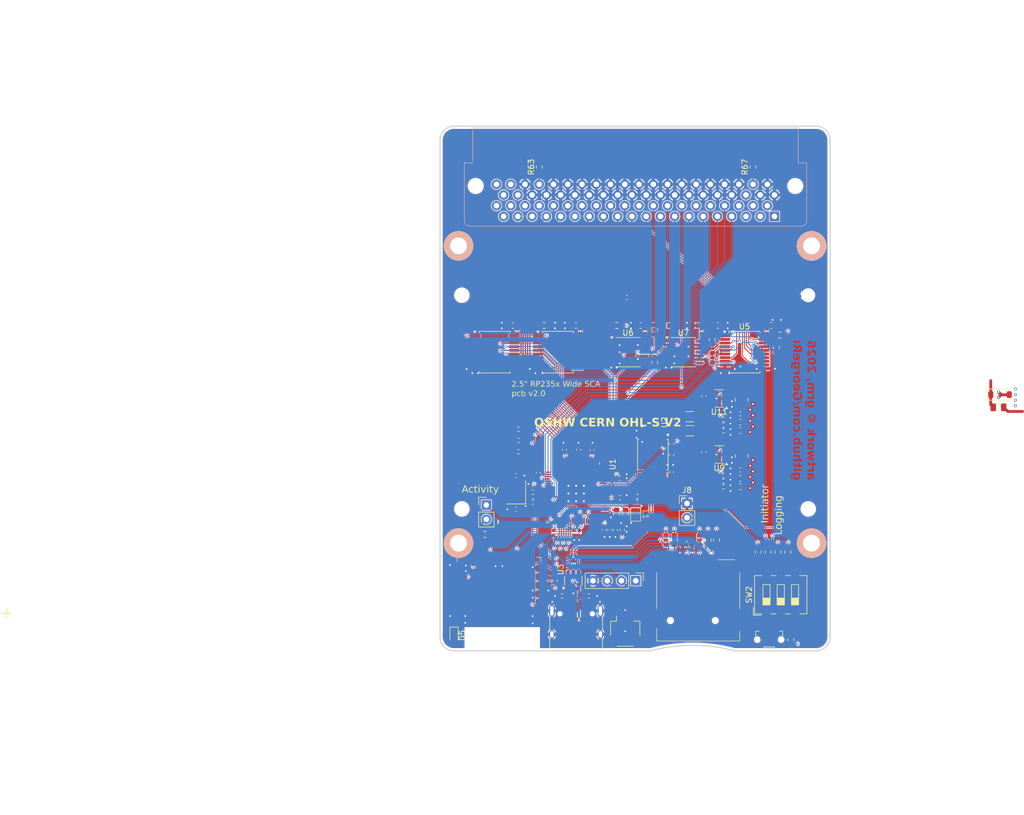
<source format=kicad_pcb>
(kicad_pcb (version 20241229) (generator "pcbnew") (generator_version "9.0")
  (title_block (title "GBSCSI Common Platform - 2.5 Narrow, RP235x") (date "2026-02-04") (rev "2.0") (comment 1 "Drawn by George R. M.") (comment 4 "FIRST DRAWING VERSION FOR COMMON PLATFORM VARIANTS IS V2.0"))
  (layers (0 "F.Cu" signal) (4 "In1.Cu" signal) (6 "In2.Cu" signal) (2 "B.Cu" signal) (13 "F.Paste" user) (15 "B.Paste" user) (5 "F.SilkS" user "F.Silkscreen") (7 "B.SilkS" user "B.Silkscreen") (1 "F.Mask" user) (3 "B.Mask" user) (25 "Edge.Cuts" user))
  (net 0 "")
  (net 1 "+5V")
  (net 2 "/Core Logic, Basic Controls/XIN")
  (net 3 "Net-(C3-Pad1)")
  (net 4 "+1.1V")
  (net 5 "Net-(U1-VREG_AVDD)")
  (net 6 "VBUS")
  (net 7 "Net-(U5-A0)")
  (net 8 "+2.8V")
  (net 9 "/Host Interface/~{SCSI_SDP1}")
  (net 10 "+5VIN")
  (net 11 "/Power/5V_TIE")
  (net 12 "Net-(J1-Pin_44)")
  (net 13 "/Host Interface/~{SCSI_RST}")
  (net 14 "+3.3V")
  (net 16 "/Host Interface/~{SCSI_SD1}")
  (net 17 "/Host Interface/~{SCSI_BSY}")
  (net 18 "/Host Interface/~{SCSI_SD6}")
  (net 19 "/Host Interface/SCSI_~{ATTN}")
  (net 20 "/Host Interface/~{SCSI_SD4}")
  (net 21 "/Host Interface/SCSI_~{C}{slash}D")
  (net 22 "/Host Interface/~{SCSI_SD5}")
  (net 25 "/Host Interface/~{SCSI_SD2}")
  (net 26 "/Host Interface/~{SCSI_SD10}")
  (net 27 "GND")
  (net 28 "/Host Interface/~{SCSI_SD14}")
  (net 29 "/Host Interface/~{SCSI_ACK}")
  (net 30 "/Host Interface/~{SCSI_SD3}")
  (net 31 "/Host Interface/~{SCSI_SD12}")
  (net 32 "/Host Interface/~{SCSI_SEL}")
  (net 33 "/Host Interface/~{SCSI_SD7}")
  (net 35 "/Host Interface/SCSI_~{REQ}")
  (net 36 "/Host Interface/~{SCSI_SDP}")
  (net 37 "/Host Interface/~{SCSI_SD0}")
  (net 38 "/Host Interface/~{SCSI_MSG}")
  (net 40 "/Host Interface/SCSI_I{slash}~{O}")
  (net 41 "/Core Logic, Basic Controls/USB/CC2")
  (net 43 "/Core Logic, Basic Controls/USB/CC1")
  (net 45 "/Core Logic, Basic Controls/SWD")
  (net 46 "/Core Logic, Basic Controls/SWCLK")
  (net 47 "Net-(U9-SW)")
  (net 48 "/Core Logic, Basic Controls/~{USB_BOOT}")
  (net 49 "/Core Logic, Basic Controls/QSPI_~{SS}")
  (net 50 "/Core Logic, Basic Controls/XOUT")
  (net 52 "/Core Logic, Basic Controls/~{MCU_BSY_OUT}")
  (net 53 "/Core Logic, Basic Controls/~{MCU_SEL_OUT}")
  (net 54 "/Core Logic, Basic Controls/~{INITIATOR}")
  (net 55 "/Core Logic, Basic Controls/~{MCU_ATTN}")
  (net 56 "/Core Logic, Basic Controls/~{DEBUG}")
  (net 57 "/Core Logic, Basic Controls/~{MCU_REQ}")
  (net 58 "/Core Logic, Basic Controls/~{MCU_IO}")
  (net 59 "/Core Logic, Basic Controls/USB_D+")
  (net 60 "/Core Logic, Basic Controls/D+")
  (net 61 "/Core Logic, Basic Controls/D-")
  (net 62 "/Core Logic, Basic Controls/USB_D-")
  (net 63 "/Core Logic, Basic Controls/~{MCU_ACK}")
  (net 64 "Net-(U5-B1)")
  (net 65 "/Core Logic, Basic Controls/~{MCU_SDP}")
  (net 66 "/Host Interface/~{SCSI_SD8}")
  (net 67 "Net-(R28-Pad2)")
  (net 68 "/Core Logic, Basic Controls/~{MCU_CD{slash}SEL_IN}")
  (net 71 "Net-(R30-Pad2)")
  (net 72 "/Core Logic, Basic Controls/~{MCU_MSG{slash}BSY_IN}")
  (net 73 "Net-(U9-EN)")
  (net 74 "Net-(U9-FB)")
  (net 75 "/Host Interface/~{SCSI_SD11}")
  (net 76 "/Core Logic, Basic Controls/QSPI_SD3")
  (net 77 "/Core Logic, Basic Controls/QSPI_SCLK")
  (net 78 "/Core Logic, Basic Controls/QSPI_SD1")
  (net 79 "/Core Logic, Basic Controls/QSPI_SD2")
  (net 80 "/Core Logic, Basic Controls/QSPI_SD0")
  (net 81 "/Core Logic, Basic Controls/~{MCU_SD6}")
  (net 82 "/Core Logic, Basic Controls/~{MCU_SD0}")
  (net 83 "/Core Logic, Basic Controls/~{MCU_SD2}")
  (net 84 "/Core Logic, Basic Controls/~{MCU_SD3}")
  (net 85 "/Core Logic, Basic Controls/~{MCU_SD7}")
  (net 86 "/Core Logic, Basic Controls/~{MCU_SD1}")
  (net 87 "/Core Logic, Basic Controls/~{MCU_SD4}")
  (net 88 "/Core Logic, Basic Controls/~{MCU_SD5}")
  (net 90 "/Core Logic, Basic Controls/SDIO_CLK")
  (net 91 "/Host Interface/~{SCSI_SD13}")
  (net 92 "/Core Logic, Basic Controls/SDIO_D1")
  (net 93 "/Core Logic, Basic Controls/SDIO_D3")
  (net 94 "/Core Logic, Basic Controls/SDIO_CMD")
  (net 95 "/Core Logic, Basic Controls/SDIO_D2")
  (net 96 "/Core Logic, Basic Controls/SDIO_D0")
  (net 97 "/Core Logic, Basic Controls/WL_SCK")
  (net 98 "/Core Logic, Basic Controls/VREG_LX")
  (net 99 "/Core Logic, Basic Controls/WL_DAT{slash}~{IRQ}")
  (net 100 "/Core Logic, Basic Controls/~{WL_CS}")
  (net 101 "/Core Logic, Basic Controls/~{WL_EN}")
  (net 108 "/Core Logic, Basic Controls/ACTY")
  (net 109 "/Core Logic, Basic Controls/LED_OUT")
  (net 110 "Net-(M1-IRQ)")
  (net 111 "Net-(M1-DO)")
  (net 114 "/Host Interface/~{SCSI_SD15}")
  (net 115 "/Host Interface/~{SCSI_SD9}")
  (net 116 "/Core Logic, Basic Controls/EJECT")
  (net 117 "Net-(U11-SW)")
  (net 118 "Net-(R10-Pad1)")
  (net 119 "/Core Logic, Basic Controls/BUS_DIR")
  (net 120 "/Core Logic, Basic Controls/~{MCU_RST_OUT}")
  (net 121 "Net-(U11-EN)")
  (net 122 "Net-(U11-FB)")
  (net 123 "Net-(J1-Pin_74)")
  (net 124 "/Core Logic, Basic Controls/I²C_SDA")
  (net 125 "/Core Logic, Basic Controls/I²C_SCL")
  (net 126 "/Core Logic, Basic Controls/I²C_INT")
  (net 129 "/Core Logic, Basic Controls/~{MCU_SD11}")
  (net 130 "/Core Logic, Basic Controls/~{MCU_SD13}")
  (net 131 "/Core Logic, Basic Controls/~{MCU_SD15}")
  (net 133 "/Core Logic, Basic Controls/~{MCU_SD8}")
  (net 134 "/Core Logic, Basic Controls/~{MCU_SD9}")
  (net 135 "/Core Logic, Basic Controls/~{MCU_SDP1}")
  (net 136 "/Core Logic, Basic Controls/~{MCU_SD10}")
  (net 137 "/Core Logic, Basic Controls/~{MCU_SD14}")
  (net 138 "/Core Logic, Basic Controls/~{MCU_SD12}")
  (net 140 "/Core Logic, Basic Controls/~{MCU_RST_IN}")
  (net 143 "/Host Interface/ACTY")
  (footprint "Resistor_SMD:R_0402_1005Metric" (layer "F.Cu") (at 86 102.25)
    (property "Reference" "R62" (hide yes))
    (property "Value" "100kΩ")
  )
  (footprint "Resistor_SMD:R_0402_1005Metric" (layer "F.Cu") (at 49.49 105)
    (property "Reference" "R69" (hide yes))
    (property "Value" "4.7kΩ")
  )
  (footprint "Capacitor_SMD:C_0402_1005Metric" (layer "F.Cu") (at 52.05 113.5 180)
    (property "Reference" "C15" (hide yes))
    (property "Value" "100nF")
  )
  (footprint "Capacitor_SMD:C_1206_3216Metric" (layer "F.Cu") (at 80 103.25 180)
    (property "Reference" "C35" (hide yes))
    (property "Value" "47μF")
  )
  (footprint "Button_Switch_SMD:SW_DIP_SPSTx03_Slide_6.7x9.18mm_W8.61mm_P2.54mm_LowProfile" (layer "F.Cu") (at 96.21 132.5 90)
    (property "Reference" "SW2")
    (property "Value" "SW_DIP_x03")
  )
  (footprint "Resistor_SMD:R_0402_1005Metric" (layer "F.Cu") (at 76.763909 105.60326 90)
    (property "Reference" "R2" (hide yes))
    (property "Value" "4.7kΩ")
  )
  (footprint "Capacitor_SMD:C_0402_1005Metric" (layer "F.Cu") (at 76.763909 110.62326 90)
    (property "Reference" "C6" (hide yes))
    (property "Value" "100nF")
  )
  (footprint "Resistor_SMD:R_0603_1608Metric" (layer "F.Cu") (at 83.25 122.75 90)
    (property "Reference" "R19" (hide yes))
    (property "Value" "4.7kΩ")
  )
  (footprint "Resistor_SMD:R_0402_1005Metric" (layer "F.Cu") (at 52.05 115 180)
    (property "Reference" "R4" (hide yes))
    (property "Value" "1kΩ")
  )
  (footprint "Package_TO_SOT_SMD:SOT-23-5" (layer "F.Cu") (at 85.25 107.5 180)
    (property "Reference" "U9")
    (property "Value" "TLV62569DBV")
  )
  (footprint "LED_SMD:LED_0603_1608Metric" (layer "F.Cu") (at 38 139.75 -90)
    (property "Reference" "D5")
    (property "Value" "YELLOW")
  )
  (footprint "Package_SO:TSSOP-14_4.4x5mm_P0.65mm" (layer "F.Cu") (at 69 89.25)
    (property "Reference" "U6")
    (property "Value" "74LVTH125")
  )
  (footprint "Inductor_SMD:L_1008_2520Metric" (layer "F.Cu") (at 89.25 97.75 -90)
    (property "Reference" "L3" (hide yes))
    (property "Value" "1μH")
  )
  (footprint "Resistor_SMD:R_0603_1608Metric" (layer "F.Cu") (at 96.005 86.21 180)
    (property "Reference" "R6" (hide yes))
    (property "Value" "4.7kΩ")
  )
  (footprint "Inductor_SMD:L_1008_2520Metric" (layer "F.Cu") (at 89.25 107.75 -90)
    (property "Reference" "L2" (hide yes))
    (property "Value" "1μH")
  )
  (footprint "Resistor_SMD:R_0603_1608Metric" (layer "F.Cu") (at 84 87 90)
    (property "Reference" "R25" (hide yes))
    (property "Value" "110Ω")
  )
  (footprint "Capacitor_SMD:C_0603_1608Metric" (layer "F.Cu") (at 85 84.5)
    (property "Reference" "C21" (hide yes))
    (property "Value" "12pF" (hide yes))
  )
  (footprint "Resistor_SMD:R_0402_1005Metric" (layer "F.Cu") (at 56 130 -90)
    (property "Reference" "R54" (hide yes))
    (property "Value" "10kΩ")
  )
  (footprint "Capacitor_SMD:C_0402_1005Metric" (layer "F.Cu") (at 60.35 121.5 -90)
    (property "Reference" "C10" (hide yes))
    (property "Value" "4.7μF" (hide yes))
  )
  (footprint "Fiducial:Fiducial_0.5mm_Mask1mm" (layer "F.Cu") (at 38.345 51.79)
    (property "Reference" "FID1" (hide yes))
    (property "Value" "Fiducial")
  )
  (footprint "GBSCSI:GBSCSI2_2.5_PCB" (layer "F.Cu") (at 105 142.5)
    (property "Reference" "PCB1" (hide yes))
    (property "Value" "2.5\" PCB" (hide yes))
    (fp_line (start -69.5 -2.5) (end -69.5 -91.05) (stroke (width 0.2)) (layer "Edge.Cuts"))
    (fp_line (start -67 -93.55) (end -2.5 -93.55) (stroke (width 0.2)) (layer "Edge.Cuts"))
    (fp_line (start -32 0) (end -67 0) (stroke (width 0.2)) (layer "Edge.Cuts"))
    (fp_line (start -17 0) (end -2.5 0) (stroke (width 0.2)) (layer "Edge.Cuts"))
    (fp_line (start 0 -2.5) (end 0 -91.05) (stroke (width 0.2)) (layer "Edge.Cuts"))
    (fp_arc (start -69.5 -91.05) (mid -68.767767 -92.817767) (end -67 -93.55) (stroke (width 0.2)) (layer "Edge.Cuts"))
    (fp_arc (start -67 0) (mid -68.767766 -0.732233) (end -69.5 -2.5) (stroke (width 0.2)) (layer "Edge.Cuts"))
    (fp_arc (start -32 0) (mid -24.5 -0.987394) (end -17 0) (stroke (width 0.2)) (layer "Edge.Cuts"))
    (fp_arc (start -2.5 -93.55) (mid -0.732233 -92.817767) (end 0 -91.05) (stroke (width 0.2)) (layer "Edge.Cuts"))
    (fp_arc (start 0 -2.5) (mid -0.732234 -0.732234) (end -2.5 0) (stroke (width 0.2)) (layer "Edge.Cuts"))
  )
  (footprint "Capacitor_SMD:C_0402_1005Metric" (layer "F.Cu") (at 65.75 120.95 -90)
    (property "Reference" "C12" (hide yes))
    (property "Value" "1μF")
  )
  (footprint "Resistor_SMD:R_0603_1608Metric" (layer "F.Cu") (at 53.18 56.25 90)
    (property "Reference" "R63")
    (property "Value" "10k")
  )
  (footprint "Capacitor_SMD:C_0603_1608Metric" (layer "F.Cu") (at 89 113.25 180)
    (property "Reference" "C29" (hide yes))
    (property "Value" "10μF")
  )
  (footprint "Resistor_SMD:R_0402_1005Metric" (layer "F.Cu") (at 70.65 116 180)
    (property "Reference" "R16" (hide yes))
    (property "Value" "22Ω")
  )
  (footprint "Capacitor_SMD:C_0603_1608Metric" (layer "F.Cu") (at 89 111.75 180)
    (property "Reference" "C30" (hide yes))
    (property "Value" "10μF")
  )
  (footprint "Capacitor_SMD:C_0402_1005Metric" (layer "F.Cu") (at 62.6 106.65 90)
    (property "Reference" "C13" (hide yes))
    (property "Value" "100nF")
  )
  (footprint "Resistor_SMD:R_0603_1608Metric" (layer "F.Cu") (at 77.25 122.75 90)
    (property "Reference" "R21" (hide yes))
    (property "Value" "4.7kΩ")
  )
  (footprint "Capacitor_SMD:C_0402_1005Metric" (layer "F.Cu") (at 57.65 106.65 90)
    (property "Reference" "C14" (hide yes))
    (property "Value" "100nF")
  )
  (footprint "Connector_JST:JST_SH_SM03B-SRSS-TB_1x03-1MP_P1.00mm_Horizontal" (layer "F.Cu") (at 68.5 139)
    (property "Reference" "J4" (hide yes))
    (property "Value" "SM03B-SRSS-TB")
  )
  (footprint "GBSCSI:L_Abracon_AOTA-B2016" (layer "F.Cu") (at 70.35 118.175 -90)
    (property "Reference" "L1")
    (property "Value" "3.3μH")
  )
  (footprint "Resistor_SMD:R_0603_1608Metric" (layer "F.Cu") (at 43.5 121.75)
    (property "Reference" "R55" (hide yes))
    (property "Value" "1kΩ")
  )
  (footprint "Package_SO:SOIC-8_5.23x5.23mm_P1.27mm" (layer "F.Cu") (at 73.418909 107.50326 -90)
    (property "Reference" "U2")
    (property "Value" "W25Q128JVS")
  )
  (footprint "Resistor_SMD:R_0402_1005Metric" (layer "F.Cu") (at 57.25 132.75 180)
    (property "Reference" "R24" (hide yes))
    (property "Value" "5.1kΩ")
  )
  (footprint "Resistor_SMD:R_0402_1005Metric" (layer "F.Cu") (at 49.49 103.01)
    (property "Reference" "R68" (hide yes))
    (property "Value" "4.7kΩ")
  )
  (footprint "Capacitor_SMD:C_0603_1608Metric" (layer "F.Cu") (at 66.95 118.175 -90)
    (property "Reference" "C1" (hide yes))
    (property "Value" "4.7μF")
  )
  (footprint "Capacitor_SMD:C_1206_3216Metric" (layer "F.Cu") (at 80 100.75 180)
    (property "Reference" "C20" (hide yes))
    (property "Value" "47μF")
  )
  (footprint "Resistor_SMD:R_0402_1005Metric" (layer "F.Cu") (at 67.95 120.95 -90)
    (property "Reference" "R3" (hide yes))
    (property "Value" "22Ω")
  )
  (footprint "Package_TO_SOT_SMD:SOT-23-5" (layer "F.Cu") (at 85.25 97.5 180)
    (property "Reference" "U11")
    (property "Value" "TLV62569DBV")
  )
  (footprint "Resistor_SMD:R_0603_1608Metric" (layer "F.Cu") (at 91.25 56.25 90)
    (property "Reference" "R67")
    (property "Value" "10k")
  )
  (footprint "Capacitor_SMD:C_0603_1608Metric" (layer "F.Cu") (at 81.25 84.5 180)
    (property "Reference" "C26" (hide yes))
    (property "Value" "100nF")
  )
  (footprint "Capacitor_SMD:C_0402_1005Metric" (layer "F.Cu") (at 66.75 120.95 -90)
    (property "Reference" "C5" (hide yes))
    (property "Value" "4.7μF")
  )
  (footprint "Capacitor_SMD:C_0402_1005Metric" (layer "F.Cu") (at 53 110.75 90)
    (property "Reference" "C15" (hide yes))
    (property "Value" "100nF")
  )
  (footprint "Resistor_SMD:R_0603_1608Metric" (layer "F.Cu") (at 54.075 84.5 180)
    (property "Reference" "R57" (hide yes))
    (property "Value" "4.7kΩ")
  )
  (footprint "Resistor_SMD:R_0603_1608Metric" (layer "F.Cu") (at 95.71 124.89 -90)
    (property "Reference" "R13" (hide yes))
    (property "Value" "1kΩ")
  )
  (footprint "Resistor_SMD:R_0603_1608Metric" (layer "F.Cu") (at 81.75 122.75 90)
    (property "Reference" "R20" (hide yes))
    (property "Value" "4.7kΩ")
  )
  (footprint "Resistor_SMD:R_0603_1608Metric" (layer "F.Cu") (at 93.96 124.88 90)
    (property "Reference" "R9" (hide yes))
    (property "Value" "4.7kΩ")
  )
  (footprint "Capacitor_SMD:C_0402_1005Metric" (layer "F.Cu") (at 59.25 127 90)
    (property "Reference" "C8" (hide yes))
    (property "Value" "100nF")
  )
  (footprint "Capacitor_SMD:C_0402_1005Metric" (layer "F.Cu") (at 52.05 116 180)
    (property "Reference" "C11" (hide yes))
    (property "Value" "100nF")
  )
  (footprint "Package_SO:SSOP-20_5.3x7.2mm_P0.65mm" (layer "F.Cu") (at 45.25 89.25)
    (property "Reference" "U12" (hide yes))
    (property "Value" "74LVTH245")
  )
  (footprint "Crystal:Crystal_SMD_3225-4Pin_3.2x2.5mm" (layer "F.Cu") (at 49.05 114.25 90)
    (property "Reference" "Y1" (hide yes))
    (property "Value" "12MHz")
  )
  (footprint "Package_SO:SSOP-20_5.3x7.2mm_P0.65mm" (layer "F.Cu") (at 56.5 89.25)
    (property "Reference" "U4" (hide yes))
    (property "Value" "74LVTH245" (hide yes))
  )
  (footprint "Capacitor_SMD:C_0402_1005Metric" (layer "F.Cu") (at 64.75 120.95 -90)
    (property "Reference" "C18" (hide yes))
    (property "Value" "100nF")
  )
  (footprint "Resistor_SMD:R_0402_1005Metric" (layer "F.Cu") (at 76.763909 107.60326 -90)
    (property "Reference" "R1" (hide yes))
    (property "Value" "1kΩ")
  )
  (footprint "Resistor_SMD:R_0402_1005Metric" (layer "F.Cu") (at 62 132.75)
    (property "Reference" "R23" (hide yes))
    (property "Value" "5.1kΩ")
  )
  (footprint "Capacitor_SMD:C_0402_1005Metric" (layer "F.Cu") (at 59.35 121.5 -90)
    (property "Reference" "C17" (hide yes))
    (property "Value" "100nF")
  )
  (footprint "GBSCSI:RP2350-QFN-80-1EP_10x10_P0.4mm_EP3.4x3.4mm_ThermalVias" (layer "F.Cu") (at 59.75 114.45 -90)
    (property "Reference" "U1")
    (property "Value" "RP2350_80QFN")
  )
  (footprint "Connector_PinHeader_2.54mm:PinHeader_1x02_P2.54mm_Vertical" (layer "F.Cu") (at 79.5 116.225)
    (property "Reference" "J8")
    (property "Value" "Conn_01x02")
  )
  (footprint "Capacitor_SMD:C_0402_1005Metric" (layer "F.Cu") (at 89 100.25 180)
    (property "Reference" "C38" (hide yes))
    (property "Value" "100nF")
  )
  (footprint "Capacitor_SMD:C_0402_1005Metric" (layer "F.Cu") (at 49.05 117.25 180)
    (property "Reference" "C3" (hide yes))
    (property "Value" "22pF")
  )
  (footprint "Button_Switch_SMD:SW_Push_1P1T-MP_NO_Horizontal_Alps_SKRTLAE010" (layer "F.Cu") (at 94.15 140.5)
    (property "Reference" "SW3" (hide yes))
    (property "Value" "GT-TC108A-H034-L1S")
  )
  (footprint "Resistor_SMD:R_0402_1005Metric" (layer "F.Cu") (at 55 130 -90)
    (property "Reference" "R56" (hide yes))
    (property "Value" "470Ω")
  )
  (footprint "Capacitor_SMD:C_0603_1608Metric" (layer "F.Cu") (at 79.5 123.5 180)
    (property "Reference" "C7" (hide yes))
    (property "Value" "10μF")
  )
  (footprint "Capacitor_SMD:C_0402_1005Metric" (layer "F.Cu") (at 60.183417 106.651144 90)
    (property "Reference" "C9" (hide yes))
    (property "Value" "100nF")
  )
  (footprint "Resistor_SMD:R_0402_1005Metric" (layer "F.Cu") (at 70.65 115 180)
    (property "Reference" "R15" (hide yes))
    (property "Value" "22Ω" (hide yes))
  )
  (footprint "GBSCSI:TF01A" (layer "F.Cu") (at 81.5 133.5)
    (property "Reference" "J2" (hide yes))
    (property "Value" "TF003" (hide yes))
  )
  (footprint "Resistor_SMD:R_0603_1608Metric" (layer "F.Cu") (at 67 84.5 180)
    (property "Reference" "R59" (hide yes))
    (property "Value" "4.7kΩ")
  )
  (footprint "Fuse:Fuse_0805_2012Metric" (layer "F.Cu") (at 135 99.095)
    (property "Reference" "F2" (hide yes))
    (property "Value" "1A")
  )
  (footprint "Resistor_SMD:R_0402_1005Metric" (layer "F.Cu") (at 86 101.25 180)
    (property "Reference" "R60" (hide yes))
    (property "Value" "10kΩ")
  )
  (footprint "Fiducial:Fiducial_0.5mm_Mask1mm" (layer "F.Cu") (at 102.095 55.04)
    (property "Reference" "FID2" (hide yes))
    (property "Value" "Fiducial")
  )
  (footprint "Resistor_SMD:R_0603_1608Metric" (layer "F.Cu") (at 73.75 91.075 90)
    (property "Reference" "R30" (hide yes))
    (property "Value" "1kΩ")
  )
  (footprint "Capacitor_SMD:C_0603_1608Metric" (layer "F.Cu") (at 89 101.75 180)
    (property "Reference" "C40" (hide yes))
    (property "Value" "10μF")
  )
  (footprint "Resistor_SMD:R_0402_1005Metric" (layer "F.Cu") (at 86 112.25)
    (property "Reference" "R51" (hide yes))
    (property "Value" "100kΩ")
  )
  (footprint "Fiducial:Fiducial_0.5mm_Mask1mm" (layer "F.Cu") (at 103.25 140.5)
    (property "Reference" "FID3" (hide yes))
    (property "Value" "Fiducial")
  )
  (footprint "Diode_SMD:D_SOD-123" (layer "F.Cu") (at 135.275 96.82)
    (property "Reference" "D2" (hide yes))
    (property "Value" "1N5819")
  )
  (footprint "Capacitor_SMD:C_0402_1005Metric" (layer "F.Cu") (at 49.05 111.25)
    (property "Reference" "C2" (hide yes))
    (property "Value" "22pF")
  )
  (footprint "Capacitor_SMD:C_0402_1005Metric" (layer "F.Cu") (at 67.5 111.75)
    (property "Reference" "C36" (hide yes))
    (property "Value" "100nF")
  )
  (footprint "Connector_USB:USB_C_Receptacle_HRO_TYPE-C-31-M-12" (layer "F.Cu") (at 59.75 138.5)
    (property "Reference" "J3" (hide yes))
    (property "Value" "GCT-4105")
  )
  (footprint "Capacitor_SMD:C_0603_1608Metric" (layer "F.Cu") (at 89 103.25 180)
    (property "Reference" "C39" (hide yes))
    (property "Value" "10μF")
  )
  (footprint "Resistor_SMD:R_0603_1608Metric" (layer "F.Cu") (at 84 90.25 90)
    (property "Reference" "R58" (hide yes))
    (property "Value" "4.7kΩ")
  )
  (footprint "Resistor_SMD:R_0402_1005Metric" (layer "F.Cu") (at 86 113.25 180)
    (property "Reference" "R50" (hide yes))
    (property "Value" "442kΩ")
  )
  (footprint "Package_SO:SSOP-20_5.3x7.2mm_P0.65mm" (layer "F.Cu") (at 89.75 89.25)
    (property "Reference" "U5")
    (property "Value" "74LVTH245")
  )
  (footprint "Capacitor_SMD:C_0603_1608Metric" (layer "F.Cu") (at 48.475 84.5 180)
    (property "Reference" "C41" (hide yes))
    (property "Value" "100nF")
  )
  (footprint "Capacitor_SMD:C_0402_1005Metric" (layer "F.Cu") (at 55.75 121.5 -90)
    (property "Reference" "C16" (hide yes))
    (property "Value" "100nF")
  )
  (footprint "Package_SO:TSSOP-14_4.4x5mm_P0.65mm" (layer "F.Cu") (at 78.8625 89.25)
    (property "Reference" "U7")
    (property "Value" "74LVTH125")
  )
  (footprint "Resistor_SMD:R_0603_1608Metric" (layer "F.Cu") (at 73.75 85.25 -90)
    (property "Reference" "R8" (hide yes))
    (property "Value" "4.7kΩ")
  )
  (footprint "Capacitor_SMD:C_0402_1005Metric" (layer "F.Cu") (at 82.5 97.105 -90)
    (property "Reference" "C37" (hide yes))
    (property "Value" "4.7μF")
  )
  (footprint "Resistor_SMD:R_0603_1608Metric" (layer "F.Cu") (at 95.405 88.46 90)
    (property "Reference" "R26" (hide yes))
    (property "Value" "1kΩ")
  )
  (footprint "Capacitor_SMD:C_0603_1608Metric" (layer "F.Cu") (at 68.55 118.175 -90)
    (property "Reference" "C4" (hide yes))
    (property "Value" "4.7μF")
  )
  (footprint "Resistor_SMD:R_0402_1005Metric" (layer "F.Cu") (at 49.49 106.99)
    (property "Reference" "R70" (hide yes))
    (property "Value" "4.7kΩ")
  )
  (footprint "Package_TO_SOT_SMD:SOT-23-6" (layer "F.Cu") (at 59.25 130 90)
    (property "Reference" "U3")
    (property "Value" "USB TVS")
  )
  (footprint "Capacitor_SMD:C_0402_1005Metric" (layer "F.Cu") (at 67.55 115.2)
    (property "Reference" "C19" (hide yes))
    (property "Value" "100nF" (hide yes))
  )
  (footprint "Resistor_SMD:R_0603_1608Metric" (layer "F.Cu") (at 84.75 122.75 90)
    (property "Reference" "R18" (hide yes))
    (property "Value" "4.7kΩ")
  )
  (footprint "Resistor_SMD:R_0402_1005Metric" (layer "F.Cu") (at 86 103.25 180)
    (property "Reference" "R61" (hide yes))
    (property "Value" "374kΩ")
  )
  (footprint "GBSCSI:RPi_RM2" (layer "F.Cu") (at 46 126 180)
    (property "Reference" "M1" (hide yes))
    (property "Value" "~" (hide yes))
  )
  (footprint "Resistor_SMD:R_0603_1608Metric" (layer "F.Cu") (at 98 140.5 90)
    (property "Reference" "R66" (hide yes))
    (property "Value" "4.7kΩ")
  )
  (footprint "Connector_PinHeader_2.54mm:PinHeader_1x02_P2.54mm_Vertical" (layer "F.Cu") (at 43.75 116.5)
    (property "Reference" "J6" (hide yes))
    (property "Value" "Conn_01x02")
  )
  (footprint "Resistor_SMD:R_0603_1608Metric" (layer "F.Cu") (at 97.46 124.88 90)
    (property "Reference" "R10" (hide yes))
    (property "Value" "4.7kΩ")
  )
  (footprint "Resistor_SMD:R_0603_1608Metric" (layer "F.Cu") (at 75.75 122.75 90)
    (property "Reference" "R22" (hide yes))
    (property "Value" "4.7kΩ")
  )
  (footprint "Symbol:OSHW-Logo2_9.8x8mm_Copper" (layer "F.Cu") (at 56.5 78.9)
    (property "Reference" "REF**" (hide yes))
    (property "Value" "OSHW-Logo2_9.8x8mm_Copper" (hide yes))
  )
  (footprint "Capacitor_SMD:C_0402_1005Metric" (layer "F.Cu") (at 89 110.25 180)
    (property "Reference" "C28" (hide yes))
    (property "Value" "100nF")
  )
  (footprint "Capacitor_SMD:C_0603_1608Metric" (layer "F.Cu") (at 59.725 84.5 180)
    (property "Reference" "C22" (hide yes))
    (property "Value" "100nF")
  )
  (footprint "Connector_PinHeader_2.54mm:PinHeader_1x04_P2.54mm_Vertical" (layer "F.Cu") (at 70.37 130 -90)
    (property "Reference" "J4.1" (hide yes))
    (property "Value" "Conn_01x04")
  )
  (footprint "Resistor_SMD:R_0603_1608Metric" (layer "F.Cu") (at 92.21 124.89 -90)
    (property "Reference" "R14" (hide yes))
    (property "Value" "1kΩ")
  )
  (footprint "Capacitor_SMD:C_0603_1608Metric" (layer "F.Cu") (at 94.5 84.5)
    (property "Reference" "C23" (hide yes))
    (property "Value" "100nF")
  )
  (footprint "Resistor_SMD:R_0603_1608Metric" (layer "F.Cu") (at 76.25 84.5 180)
    (property "Reference" "R28" (hide yes))
    (property "Value" "1kΩ")
  )
  (footprint "Resistor_SMD:R_0402_1005Metric" (layer "F.Cu") (at 86 111.25 180)
    (property "Reference" "R49" (hide yes))
    (property "Value" "10kΩ")
  )
  (footprint "Capacitor_SMD:C_0402_1005Metric" (layer "F.Cu") (at 82.5 107.105 -90)
    (property "Reference" "C27" (hide yes))
    (property "Value" "4.7μF")
  )
  (footprint "Capacitor_SMD:C_0402_1005Metric" (layer "F.Cu") (at 68.77 79.5)
    (property "Reference" "C42" (hide yes))
    (property "Value" "100nF")
  )
  (footprint "Capacitor_SMD:C_0603_1608Metric" (layer "F.Cu") (at 71.25 84.5 180)
    (property "Reference" "C25" (hide yes))
    (property "Value" "100nF")
  )
  (footprint "GBSCSI:CHAMPII_80" (layer "B.Cu") (at 70.325 62.5)
    (property "Reference" "J1" (hide yes))
    (property "Value" "Conn_02x40_Counter_Clockwise" (hide yes))
  )
  (gr_text "artwork © grm, 2026\ngithub.com/GeorgeRudolf/GBSCSI2" (at 98.2 112.1 270) (layer "B.Cu" knockout) (effects (font (size 1.5 1.5) (thickness 0.3) (bold yes) (italic yes)) (justify left bottom mirror)))
  (gr_text "Activity" (at 46 114.5 0) (layer "F.SilkS") (effects (font (size 1.27 1.27) (thickness 0.1875)) (justify right bottom)))
  (gr_text "Initiator" (at 94.2 112.8 90) (layer "F.SilkS") (effects (font (size 1.27 1.27) (thickness 0.1875)) (justify right bottom)))
  (gr_text "-" (at 44.75 120 270) (layer "F.SilkS") (effects (font (size 2 2) (thickness 0.1875)) (justify right bottom)))
  (gr_text "+" (at -42.9 134.6 180) (layer "F.SilkS") (effects (font (size 2 2) (thickness 0.1875)) (justify right bottom)))
  (gr_text "Logging" (at 96.6 114.8 90) (layer "F.SilkS") (effects (font (size 1.27 1.27) (thickness 0.1875)) (justify right bottom)))
  (gr_text "OSHW CERN OHL-S V2" (at 52.25 102.75 0) (layer "F.SilkS") (effects (font (size 1.5 1.5) (thickness 0.3) (bold yes) (italic yes)) (justify left bottom)))
  (gr_text "2.5{dblquote} RP235x Wide SCA\npcb v2.0" (at 48.25 97.25 0) (layer "F.SilkS") (effects (font (size 1 1)) (justify left bottom)))
  (segment (start 136.6625 99.82) (end 135.9375 99.095) (width 0.5) (layer "F.Cu") (net 1))
  (segment (start 84.1125 96.55) (end 85.152445 96.55) (width 0.5) (layer "F.Cu") (net 1))
  (segment (start 82.575 96.55) (end 83.25 96.55) (width 0.5) (layer "F.Cu") (net 1))
  (segment (start 85.49 110.51) (end 85.5 110.5) (width 0.15) (layer "F.Cu") (net 1))
  (segment (start 83.25 96.55) (end 82.385318 96.55) (width 0.5) (layer "F.Cu") (net 1))
  (segment (start 81.475 97.460318) (end 81.475 103.25) (width 0.5) (layer "F.Cu") (net 1))
  (segment (start 139.3 99.82) (end 136.6625 99.82) (width 0.5) (layer "F.Cu") (net 1))
  (segment (start 84.1125 106.55) (end 85.152445 106.55) (width 0.5) (layer "F.Cu") (net 1))
  (segment (start 82.385318 96.55) (end 81.475 97.460318) (width 0.5) (layer "F.Cu") (net 1))
  (segment (start 82.575 106.55) (end 84.1125 106.55) (width 0.5) (layer "F.Cu") (net 1))
  (segment (start 135.777445 99.255055) (end 135.9375 99.095) (width 0.5) (layer "F.Cu") (net 1))
  (segment (start 85.49 100.51) (end 85.5 100.5) (width 0.15) (layer "F.Cu") (net 1))
  (segment (start 85.152445 96.55) (end 85.252445 96.65) (width 0.5) (layer "F.Cu") (net 1))
  (segment (start 81.475 105.6) (end 82.5 106.625) (width 0.5) (layer "F.Cu") (net 1))
  (segment (start 85.49 101.25) (end 85.49 100.51) (width 0.15) (layer "F.Cu") (net 1))
  (segment (start 85.49 111.25) (end 85.49 110.51) (width 0.15) (layer "F.Cu") (net 1))
  (segment (start 82.5 96.625) (end 82.575 96.55) (width 0.5) (layer "F.Cu") (net 1))
  (segment (start 85.152445 106.55) (end 85.252445 106.65) (width 0.5) (layer "F.Cu") (net 1))
  (segment (start 83.25 96.55) (end 84.1125 96.55) (width 0.5) (layer "F.Cu") (net 1))
  (segment (start 82.5 106.625) (end 82.575 106.55) (width 0.5) (layer "F.Cu") (net 1))
  (segment (start 81.475 103.25) (end 81.475 105.6) (width 0.5) (layer "F.Cu") (net 1))
  (via (at 85.5 110.5) (size 0.5) (drill 0.3) (layers "F.Cu" "B.Cu") (net 1))
  (via (at 85.252445 96.65) (size 0.5) (drill 0.3) (layers "F.Cu" "B.Cu") (net 1))
  (via (at 85.252445 106.65) (size 0.5) (drill 0.3) (layers "F.Cu" "B.Cu") (net 1))
  (via (at 85.5 100.5) (size 0.5) (drill 0.3) (layers "F.Cu" "B.Cu") (net 1))
  (segment (start 85.252445 106.65) (end 85.5 106.897555) (width 0.15) (layer "B.Cu") (net 1))
  (segment (start 85.252445 96.65) (end 85.5 96.897555) (width 0.15) (layer "B.Cu") (net 1))
  (segment (start 85.5 96.897555) (end 85.5 100.5) (width 0.15) (layer "B.Cu") (net 1))
  (segment (start 85.5 106.897555) (end 85.5 110.5) (width 0.15) (layer "B.Cu") (net 1))
  (segment (start 48.2 113.15) (end 49.3 114.25) (width 0.2) (layer "F.Cu") (net 2))
  (segment (start 49.3 114.25) (end 54.8 114.25) (width 0.2) (layer "F.Cu") (net 2))
  (segment (start 48.2 113.15) (end 48.2 111.62) (width 0.2) (layer "F.Cu") (net 2))
  (segment (start 48.2 111.62) (end 48.57 111.25) (width 0.2) (layer "F.Cu") (net 2))
  (segment (start 49.53 117.25) (end 49.9 116.88) (width 0.2) (layer "F.Cu") (net 3))
  (segment (start 50.25 115) (end 49.9 115.35) (width 0.2) (layer "F.Cu") (net 3))
  (segment (start 51.54 115) (end 50.25 115) (width 0.2) (layer "F.Cu") (net 3))
  (segment (start 49.9 116.88) (end 49.9 115.35) (width 0.2) (layer "F.Cu") (net 3))
  (segment (start 68.625 117.475) (end 68.55 117.4) (width 0.2) (layer "F.Cu") (net 4))
  (segment (start 61.5 112) (end 60 112) (width 0.2) (layer "F.Cu") (net 4))
  (segment (start 59.95 111.95) (end 59.95 109.45) (width 0.2) (layer "F.Cu") (net 4))
  (segment (start 68.55 117.4) (end 67.8 116.65) (width 0.2) (layer "F.Cu") (net 4))
  (segment (start 70.3 117.475) (end 68.625 117.475) (width 0.2) (layer "F.Cu") (net 4))
  (segment (start 62 116.25) (end 62 112.5) (width 0.2) (layer "F.Cu") (net 4))
  (segment (start 60 112) (end 59.95 111.95) (width 0.2) (layer "F.Cu") (net 4))
  (segment (start 62.4 116.65) (end 62 116.25) (width 0.2) (layer "F.Cu") (net 4))
  (segment (start 52.71648 116) (end 52.53 116) (width 0.2) (layer "F.Cu") (net 4))
  (segment (start 57.5 115.05) (end 57.5 116.25) (width 0.2) (layer "F.Cu") (net 4))
  (segment (start 54.75 115.05) (end 55.858521 115.05) (width 0.2) (layer "F.Cu") (net 4))
  (segment (start 59.5 116.75) (end 59.95 117.2) (width 0.2) (layer "F.Cu") (net 4))
  (segment (start 55.858521 115.05) (end 57.5 115.05) (width 0.2) (layer "F.Cu") (net 4))
  (segment (start 59.95 109.45) (end 59.95 107.70045) (width 0.2) (layer "F.Cu") (net 4))
  (segment (start 57.5 116.25) (end 58 116.75) (width 0.2) (layer "F.Cu") (net 4))
  (segment (start 57.5 115.05) (end 57.5 112.5) (width 0.2) (layer "F.Cu") (net 4))
  (segment (start 57.5 112.5) (end 58 112) (width 0.2) (layer "F.Cu") (net 4))
  (segment (start 58 116.75) (end 59.5 116.75) (width 0.2) (layer "F.Cu") (net 4))
  (segment (start 67.8 116.65) (end 64.75 116.65) (width 0.2) (layer "F.Cu") (net 4))
  (segment (start 59.95 107.70045) (end 60.183417 107.467033) (width 0.2) (layer "F.Cu") (net 4))
  (segment (start 64.75 116.65) (end 62.4 116.65) (width 0.2) (layer "F.Cu") (net 4))
  (segment (start 59.95 119.45) (end 59.95 120.62) (width 0.2) (layer "F.Cu") (net 4))
  (segment (start 59.95 117.2) (end 59.95 119.45) (width 0.2) (layer "F.Cu") (net 4))
  (segment (start 58 112) (end 60 112) (width 0.2) (layer "F.Cu") (net 4))
  (segment (start 60.183417 107.467033) (end 60.183417 107.131144) (width 0.2) (layer "F.Cu") (net 4))
  (segment (start 54.75 115.05) (end 53.66648 115.05) (width 0.2) (layer "F.Cu") (net 4))
  (segment (start 62 112.5) (end 61.5 112) (width 0.2) (layer "F.Cu") (net 4))
  (segment (start 53.66648 115.05) (end 52.71648 116) (width 0.2) (layer "F.Cu") (net 4))
  (segment (start 59.95 120.62) (end 60.35 121.02) (width 0.2) (layer "F.Cu") (net 4))
  (segment (start 66.616838 120.45) (end 66.75 120.45) (width 0.2) (layer "F.Cu") (net 5))
  (segment (start 67.7 120.45) (end 66.75 120.45) (width 0.2) (layer "F.Cu") (net 5))
  (segment (start 67.75 120.5) (end 67.7 120.45) (width 0.2) (layer "F.Cu") (net 5))
  (segment (start 64.75 118.25) (end 64.979346 118.25) (width 0.2) (layer "F.Cu") (net 5))
  (segment (start 65.3 118.570654) (end 65.3 119.133162) (width 0.2) (layer "F.Cu") (net 5))
  (segment (start 64.979346 118.25) (end 65.3 118.570654) (width 0.2) (layer "F.Cu") (net 5))
  (segment (start 65.3 119.133162) (end 66.616838 120.45) (width 0.2) (layer "F.Cu") (net 5))
  (segment (start 136.925 96.82) (end 136.9 96.845) (width 0.5) (layer "F.Cu") (net 6))
  (segment (start 60.25 136.821) (end 60.73993 136.821) (width 0.4) (layer "F.Cu") (net 6))
  (segment (start 58.821 136.821) (end 57.3 135.3) (width 0.4) (layer "F.Cu") (net 6))
  (segment (start 60.25 136.821) (end 58.821 136.821) (width 0.4) (layer "F.Cu") (net 6))
  (segment (start 135.5 96.845) (end 135 96.345) (width 0.5) (layer "F.Cu") (net 6))
  (segment (start 60.73993 136.821) (end 62.2 135.36093) (width 0.4) (layer "F.Cu") (net 6))
  (segment (start 135.5 96.845) (end 135 97.345) (width 0.5) (layer "F.Cu") (net 6))
  (segment (start 57.3 135.3) (end 57.3 134.455) (width 0.4) (layer "F.Cu") (net 6))
  (segment (start 136.9 96.845) (end 135.5 96.845) (width 0.5) (layer "F.Cu") (net 6))
  (segment (start 62.2 135.36093) (end 62.2 134.455) (width 0.4) (layer "F.Cu") (net 6))
  (segment (start 59.25 130) (end 59.25 127.48) (width 0.2) (layer "F.Cu") (net 6))
  (via (at 135 96.345) (size 0.5) (drill 0.3) (layers "F.Cu" "B.Cu") (net 6))
  (via (at 59.25 130) (size 0.5) (drill 0.3) (layers "F.Cu" "B.Cu") (net 6))
  (via (at 135 97.345) (size 0.5) (drill 0.3) (layers "F.Cu" "B.Cu") (net 6))
  (via (at 60.25 136.821) (size 0.5) (drill 0.3) (layers "F.Cu" "B.Cu") (net 6))
  (segment (start 60.25 136.821) (end 60.25 131) (width 0.4) (layer "B.Cu") (net 6))
  (segment (start 60.25 131) (end 59.25 130) (width 0.4) (layer "B.Cu") (net 6))
  (segment (start 85.205 86.935) (end 86.405 86.935) (width 0.2) (layer "F.Cu") (net 7))
  (segment (start 84.155 84.57) (end 84.225 84.5) (width 0.15) (layer "F.Cu") (net 7))
  (segment (start 84.155 86.135) (end 84.155 84.57) (width 0.15) (layer "F.Cu") (net 7))
  (segment (start 84.455 86.185) (end 85.205 86.935) (width 0.2) (layer "F.Cu") (net 7))
  (segment (start 86.51 104.51) (end 87.175 105.175) (width 0.5) (layer "F.Cu") (net 8))
  (segment (start 89.325 105.175) (end 89.775 104.725) (width 0.5) (layer "F.Cu") (net 8))
  (segment (start 93.725 84.5) (end 93.725 85.5) (width 0.5) (layer "F.Cu") (net 8))
  (segment (start 96.905 86.095) (end 97.5 85.5) (width 0.2) (layer "F.Cu") (net 8))
  (segment (start 82.025 84.5) (end 82.025 85.5) (width 0.5) (layer "F.Cu") (net 8))
  (segment (start 73.75 84.425) (end 72.1 84.425) (width 0.2) (layer "F.Cu") (net 8))
  (segment (start 60.5 85.5) (end 60.5 86.274) (width 0.5) (layer "F.Cu") (net 8))
  (segment (start 87.175 105.175) (end 89.325 105.175) (width 0.5) (layer "F.Cu") (net 8))
  (segment (start 86.51 103.25) (end 86.51 104.51) (width 0.5) (layer "F.Cu") (net 8))
  (segment (start 49.25 85.5) (end 49.25 86.274) (width 0.5) (layer "F.Cu") (net 8))
  (segment (start 93.725 85.5) (end 93.725 86.274) (width 0.5) (layer "F.Cu") (net 8))
  (segment (start 72.1 84.425) (end 72.025 84.5) (width 0.2) (layer "F.Cu") (net 8))
  (segment (start 72.025 84.5) (end 72.025 85.5) (width 0.5) (layer "F.Cu") (net 8))
  (segment (start 89.775 104.725) (end 89.775 103.25) (width 0.5) (layer "F.Cu") (net 8))
  (segment (start 96.905 86.21) (end 96.905 86.095) (width 0.2) (layer "F.Cu") (net 8))
  (segment (start 60.5 84.5) (end 60.5 85.5) (width 0.5) (layer "F.Cu") (net 8))
  (segment (start 49.25 84.5) (end 49.25 85.5) (width 0.5) (layer "F.Cu") (net 8))
  (segment (start 67.825 84.5) (end 68.75 84.5) (width 0.2) (layer "F.Cu") (net 8))
  (segment (start 72.025 85.5) (end 72.025 87.1375) (width 0.5) (layer "F.Cu") (net 8))
  (segment (start 82.025 87.3) (end 81.725 87.3) (width 0.5) (layer "F.Cu") (net 8))
  (segment (start 82.025 85.5) (end 82.025 87.3) (width 0.5) (layer "F.Cu") (net 8))
  (via (at 91.25 102.5) (size 0.5) (drill 0.3) (layers "F.Cu" "B.Cu") (net 8))
  (via (at 90.75 99.5) (size 0.5) (drill 0.3) (layers "F.Cu" "B.Cu") (net 8))
  (via (at 91.25 98.5) (size 0.5) (drill 0.3) (layers "F.Cu" "B.Cu") (net 8))
  (via (at 90.75 101.5) (size 0.5) (drill 0.3) (layers "F.Cu" "B.Cu") (net 8))
  (via (at 90.75 103.5) (size 0.5) (drill 0.3) (layers "F.Cu" "B.Cu") (net 8))
  (via (at 60.5 85.5) (size 0.5) (drill 0.3) (layers "F.Cu" "B.Cu") (net 8))
  (via (at 49.25 85.5) (size 0.5) (drill 0.3) (layers "F.Cu" "B.Cu") (net 8))
  (via (at 72.025 85.5) (size 0.5) (drill 0.3) (layers "F.Cu" "B.Cu") (net 8))
  (via (at 97.5 85.5) (size 0.5) (drill 0.3) (layers "F.Cu" "B.Cu") (net 8))
  (via (at 68.75 84.5) (size 0.5) (drill 0.3) (layers "F.Cu" "B.Cu") (net 8))
  (via (at 93.725 85.5) (size 0.5) (drill 0.3) (layers "F.Cu" "B.Cu") (net 8))
  (via (at 91.25 100.5) (size 0.5) (drill 0.3) (layers "F.Cu" "B.Cu") (net 8))
  (via (at 82.025 85.5) (size 0.5) (drill 0.3) (layers "F.Cu" "B.Cu") (net 8))
  (segment (start 53.18 55.425) (end 91.25 55.425) (width 0.5) (layer "F.Cu") (net 10))
  (segment (start 133.625 96.82) (end 133.625 98.6575) (width 0.5) (layer "F.Cu") (net 11))
  (segment (start 133.625 98.6575) (end 134.0625 99.095) (width 0.5) (layer "F.Cu") (net 11))
  (segment (start 133.625 94.32) (end 133.625 96.82) (width 0.5) (layer "F.Cu") (net 11))
  (segment (start 91.28 57.105) (end 91.25 57.075) (width 0.15) (layer "F.Cu") (net 12))
  (segment (start 91.28 59.325) (end 91.28 57.105) (width 0.15) (layer "F.Cu") (net 12))
  (segment (start 68.25 89.75) (end 68.25 89) (width 0.15) (layer "F.Cu") (net 13))
  (segment (start 67.85 88.6) (end 66.1375 88.6) (width 0.15) (layer "F.Cu") (net 13))
  (segment (start 68.25 89) (end 67.85 88.6) (width 0.15) (layer "F.Cu") (net 13))
  (segment (start 66.1375 89.9) (end 68.1 89.9) (width 0.15) (layer "F.Cu") (net 13))
  (segment (start 68.1 89.9) (end 68.25 89.75) (width 0.15) (layer "F.Cu") (net 13))
  (via (at 68.25 89.75) (size 0.5) (drill 0.3) (layers "F.Cu" "B.Cu") (net 13))
  (segment (start 68.276 89.776) (end 73.974 89.776) (width 0.15) (layer "B.Cu") (net 13))
  (segment (start 76.04 87.71) (end 76.04 63.135) (width 0.15) (layer "B.Cu") (net 13))
  (segment (start 73.974 89.776) (end 76.04 87.71) (width 0.15) (layer "B.Cu") (net 13))
  (segment (start 68.25 89.75) (end 68.276 89.776) (width 0.15) (layer "B.Cu") (net 13))
  (segment (start 57.815136 107.315136) (end 57.8 107.3) (width 0.2) (layer "F.Cu") (net 14))
  (segment (start 57.95 107.819728) (end 57.815136 107.684864) (width 0.2) (layer "F.Cu") (net 14))
  (segment (start 64.75 115.45) (end 65.09509 115.45) (width 0.2) (layer "F.Cu") (net 14))
  (segment (start 65.15 115.05) (end 65.322545 115.222545) (width 0.2) (layer "F.Cu") (net 14))
  (segment (start 86.51 114.51) (end 87.175 115.175) (width 0.5) (layer "F.Cu") (net 14))
  (segment (start 57.95 109.45) (end 57.95 107.819728) (width 0.2) (layer "F.Cu") (net 14))
  (segment (start 77.25 121.925) (end 77.25 120.75) (width 0.2) (layer "F.Cu") (net 14))
  (segment (start 62.565 107.69101) (end 62.565 107.92095) (width 0.2) (layer "F.Cu") (net 14))
  (segment (start 52.53 113.5) (end 52.55 113.5) (width 0.2) (layer "F.Cu") (net 14))
  (segment (start 64.514384 119.434384) (end 64.78 119.7) (width 0.2) (layer "F.Cu") (net 14))
  (segment (start 53.819705 111.775) (end 53.894705 111.85) (width 0.2) (layer "F.Cu") (net 14))
  (segment (start 64.1 118.9) (end 64.1 119.384384) (width 0.2) (layer "F.Cu") (net 14))
  (segment (start 89.325 115.175) (end 89.775 114.725) (width 0.5) (layer "F.Cu") (net 14))
  (segment (start 65.841732 112.25) (end 66.341732 111.75) (width 0.2) (layer "F.Cu") (net 14))
  (segment (start 99.175 141.325) (end 99.25 141.25) (width 0.2) (layer "F.Cu") (net 14))
  (segment (start 41.428 127.472) (end 41.4 127.5) (width 0.5) (layer "F.Cu") (net 14))
  (segment (start 66.25 117.4) (end 66.95 117.4) (width 0.2) (layer "F.Cu") (net 14))
  (segment (start 64.1 119.384384) (end 64.05 119.434384) (width 0.2) (layer "F.Cu") (net 14))
  (segment (start 59.35 120.38388) (end 59.3 120.33388) (width 0.2) (layer "F.Cu") (net 14))
  (segment (start 63.7 118.9) (end 63.7 119.32438) (width 0.2) (layer "F.Cu") (net 14))
  (segment (start 59.55 119.45) (end 59.55 120.08388) (width 0.2) (layer "F.Cu") (net 14))
  (segment (start 52.55 113.5) (end 52.9 113.85) (width 0.2) (layer "F.Cu") (net 14))
  (segment (start 66.05 117.2) (end 66.25 117.4) (width 0.2) (layer "F.Cu") (net 14))
  (segment (start 38.634 129.302) (end 40.498 129.302) (width 0.5) (layer "F.Cu") (net 14))
  (segment (start 66.8 117.35) (end 67 117.35) (width 0.2) (layer "F.Cu") (net 14))
  (segment (start 80.45 126.25) (end 80.45 125) (width 0.5) (layer "F.Cu") (net 14))
  (segment (start 62.565 107.69101) (end 62.565 107.165) (width 0.2) (layer "F.Cu") (net 14))
  (segment (start 62.565 107.92095) (end 61.95 108.53595) (width 0.2) (layer "F.Cu") (net 14))
  (segment (start 95.71 124.065) (end 95.71 123.14) (width 0.2) (layer "F.Cu") (net 14))
  (segment (start 77.75 105.09326) (end 77.013909 105.09326) (width 0.15) (layer "F.Cu") (net 14))
  (segment (start 53.894705 111.85) (end 54.75 111.85) (width 0.2) (layer "F.Cu") (net 14))
  (segment (start 55.95 120.82) (end 55.75 121.02) (width 0.2) (layer "F.Cu") (net 14))
  (segment (start 64.05 119.434384) (end 64.514384 119.434384) (width 0.2) (layer "F.Cu") (net 14))
  (segment (start 64.75 112.25) (end 65.841732 112.25) (width 0.2) (layer "F.Cu") (net 14))
  (segment (start 52.9 113.85) (end 54.8 113.85) (width 0.2) (layer "F.Cu") (net 14))
  (segment (start 55.95 119.45) (end 55.95 120.25) (width 0.2) (layer "F.Cu") (net 14))
  (segment (start 65.34509 115.2) (end 65.322545 115.222545) (width 0.2) (layer "F.Cu") (net 14))
  (segment (start 80.45 123.675) (end 80.275 123.5) (width 0.5) (layer "F.Cu") (net 14))
  (segment (start 87.175 115.175) (end 89.325 115.175) (width 0.5) (layer "F.Cu") (net 14))
  (segment (start 64.78 119.7) (end 64.75 119.73) (width 0.2) (layer "F.Cu") (net 14))
  (segment (start 63.810004 119.434384) (end 64.05 119.434384) (width 0.2) (layer "F.Cu") (net 14))
  (segment (start 57.815136 107.684864) (end 57.815136 107.315136) (width 0.2) (layer "F.Cu") (net 14))
  (segment (start 66.05 115.2) (end 65.34509 115.2) (width 0.2) (layer "F.Cu") (net 14))
  (segment (start 52.25 112.75) (end 52.25 113.22) (width 0.2) (layer "F.Cu") (net 14))
  (segment (start 53.687846 111.718139) (end 53.744707 111.775) (width 0.2) (layer "F.Cu") (net 14))
  (segment (start 55.95 120.25) (end 55.95 120.82) (width 0.2) (layer "F.Cu") (net 14))
  (segment (start 53.744707 111.775) (end 53.819705 111.775) (width 0.2) (layer "F.Cu") (net 14))
  (segment (start 75.323909 111.10326) (end 76.013909 111.10326) (width 0.5) (layer "F.Cu") (net 14))
  (segment (start 67 117.35) (end 66.7 117.05) (width 0.2) (layer "F.Cu") (net 14))
  (segment (start 57.8 107.3) (end 57.8 107.28) (width 0.2) (layer "F.Cu") (net 14))
  (segment (start 62.6 107.13) (end 62.75 107.13) (width 0.2) (layer "F.Cu") (net 14))
  (segment (start 59.55 120.08388) (end 59.3 120.33388) (width 0.2) (layer "F.Cu") (net 14))
  (segment (start 81.75 121.925) (end 81.75 120.75) (width 0.2) (layer "F.Cu") (net 14))
  (segment (start 67.02 111.02) (end 67 111) (width 0.2) (layer "F.Cu") (net 14))
  (segment (start 92.21 123.24) (end 92.11 123.14) (width 0.2) (layer "F.Cu") (net 14))
  (segment (start 53.687846 111.655987) (end 53.687846 111.718139) (width 0.2) (layer "F.Cu") (net 14))
  (segment (start 64.75 119.73) (end 64.75 120.45) (width 0.2) (layer "F.Cu") (net 14))
  (segment (start 62.565 107.165) (end 62.6 107.13) (width 0.2) (layer "F.Cu") (net 14))
  (segment (start 64.75 120.45) (end 65.75 120.45) (width 0.2) (layer "F.Cu") (net 14))
  (segment (start 67.02 111.75) (end 67.02 111.02) (width 0.2) (layer "F.Cu") (net 14))
  (segment (start 64.75 115.05) (end 65.15 115.05) (width 0.2) (layer "F.Cu") (net 14))
  (segment (start 52.25 113.22) (end 52.53 113.5) (width 0.2) (layer "F.Cu") (net 14))
  (segment (start 63.7 119.32438) (end 63.810004 119.434384) (width 0.2) (layer "F.Cu") (net 14))
  (segment (start 89.775 114.725) (end 89.775 113.25) (width 0.5) (layer "F.Cu") (net 14))
  (segment (start 92.21 124.065) (end 92.21 123.24) (width 0.2) (layer "F.Cu") (net 14))
  (segment (start 40.498 129.302) (end 40.5 129.3) (width 0.5) (layer "F.Cu") (net 14))
  (segment (start 77.763909 105.09326) (end 77.75 105.09326) (width 0.15) (layer "F.Cu") (net 14))
  (segment (start 57.8 107.28) (end 57.65 107.13) (width 0.2) (layer "F.Cu") (net 14))
  (segment (start 66.341732 111.75) (end 67.02 111.75) (width 0.2) (layer "F.Cu") (net 14))
  (segment (start 83.25 121.925) (end 83.25 120.75) (width 0.2) (layer "F.Cu") (net 14))
  (segment (start 84.75 121.925) (end 84.75 120.75) (width 0.2) (layer "F.Cu") (net 14))
  (segment (start 76.013909 111.10326) (end 76.763909 111.10326) (width 0.5) (layer "F.Cu") (net 14))
  (segment (start 67.07 115.2) (end 66.05 115.2) (width 0.2) (layer "F.Cu") (net 14))
  (segment (start 65.9 117.05) (end 64.75 117.05) (width 0.2) (layer "F.Cu") (net 14))
  (segment (start 65.322545 115.222545) (end 65.09509 115.45) (width 0.2) (layer "F.Cu") (net 14))
  (segment (start 75.75 121.925) (end 75.75 120.75) (width 0.2) (layer "F.Cu") (net 14))
  (segment (start 61.95 108.53595) (end 61.95 109.45) (width 0.2) (layer "F.Cu") (net 14))
  (segment (start 59.35 121.02) (end 59.35 120.38388) (width 0.2) (layer "F.Cu") (net 14))
  (segment (start 66.05 117.2) (end 65.9 117.05) (width 0.2) (layer "F.Cu") (net 14))
  (segment (start 86.51 113.25) (end 86.51 114.51) (width 0.5) (layer "F.Cu") (net 14))
  (segment (start 67.95 121.52) (end 67.95 122.201) (width 0.2) (layer "F.Cu") (net 14))
  (segment (start 41.428 126) (end 41.428 127.472) (width 0.5) (layer "F.Cu") (net 14))
  (segment (start 80.45 125) (end 80.45 123.675) (width 0.5) (layer "F.Cu") (net 14))
  (segment (start 98 141.325) (end 99.175 141.325) (width 0.2) (layer "F.Cu") (net 14))
  (via (at 64.78 119.7) (size 0.5) (drill 0.3) (layers "F.Cu" "B.Cu") (net 14))
  (via (at 53.687846 111.655987) (size 0.5) (drill 0.3) (layers "F.Cu" "B.Cu") (net 14))
  (via (at 41.4 127.5) (size 0.5) (drill 0.3) (layers "F.Cu" "B.Cu") (net 14))
  (via (at 59.3 120.33388) (size 0.5) (drill 0.3) (layers "F.Cu" "B.Cu") (net 14))
  (via (at 57.815136 107.684864) (size 0.5) (drill 0.3) (layers "F.Cu" "B.Cu") (net 14))
  (via (at 55.95 120.25) (size 0.5) (drill 0.3) (layers "F.Cu" "B.Cu") (net 14))
  (via (at 95.71 123.14) (size 0.5) (drill 0.3) (layers "F.Cu" "B.Cu") (net 14))
  (via (at 84.75 120.75) (size 0.5) (drill 0.3) (layers "F.Cu" "B.Cu") (net 14))
  (via (at 83.25 120.75) (size 0.5) (drill 0.3) (layers "F.Cu" "B.Cu") (net 14))
  (via (at 80.45 125) (size 0.5) (drill 0.3) (layers "F.Cu" "B.Cu") (net 14))
  (via (at 77.75 105.09326) (size 0.5) (drill 0.3) (layers "F.Cu" "B.Cu") (net 14))
  (via (at 99.25 141.25) (size 0.5) (drill 0.3) (layers "F.Cu" "B.Cu") (net 14))
  (via (at 67.95 122.201) (size 0.5) (drill 0.3) (layers "F.Cu" "B.Cu") (net 14))
  (via (at 62.565 107.69101) (size 0.5) (drill 0.3) (layers "F.Cu" "B.Cu") (net 14))
  (via (at 77.25 120.75) (size 0.5) (drill 0.3) (layers "F.Cu" "B.Cu") (net 14))
  (via (at 90.75 113.5) (size 0.5) (drill 0.3) (layers "F.Cu" "B.Cu") (net 14))
  (via (at 90.75 109.5) (size 0.5) (drill 0.3) (layers "F.Cu" "B.Cu") (net 14))
  (via (at 81.75 120.75) (size 0.5) (drill 0.3) (layers "F.Cu" "B.Cu") (net 14))
  (via (at 66.05 117.2) (size 0.5) (drill 0.3) (layers "F.Cu" "B.Cu") (net 14))
  (via (at 91.25 110.5) (size 0.5) (drill 0.3) (layers "F.Cu" "B.Cu") (net 14))
  (via (at 91.25 108.5) (size 0.5) (drill 0.3) (layers "F.Cu" "B.Cu") (net 14))
  (via (at 91.25 112.5) (size 0.5) (drill 0.3) (layers "F.Cu" "B.Cu") (net 14))
  (via (at 75.75 120.75) (size 0.5) (drill 0.3) (layers "F.Cu" "B.Cu") (net 14))
  (via (at 67 111) (size 0.5) (drill 0.3) (layers "F.Cu" "B.Cu") (net 14))
  (via (at 76.013909 111.10326) (size 0.5) (drill 0.3) (layers "F.Cu" "B.Cu") (net 14))
  (via (at 66.05 115.2) (size 0.5) (drill 0.3) (layers "F.Cu" "B.Cu") (net 14))
  (via (at 40.5 129.3) (size 0.5) (drill 0.3) (layers "F.Cu" "B.Cu") (net 14))
  (via (at 90.75 111.5) (size 0.5) (drill 0.3) (layers "F.Cu" "B.Cu") (net 14))
  (via (at 92.11 123.14) (size 0.5) (drill 0.3) (layers "F.Cu" "B.Cu") (net 14))
  (via (at 52.25 112.75) (size 0.5) (drill 0.3) (layers "F.Cu" "B.Cu") (net 14))
  (segment (start 61.801 87.379918) (end 61.801 65.309) (width 0.2) (layer "F.Cu") (net 16))
  (segment (start 60 88.275) (end 60.905918 88.275) (width 0.2) (layer "F.Cu") (net 16))
  (segment (start 60.905918 88.275) (end 61.801 87.379918) (width 0.2) (layer "F.Cu") (net 16))
  (segment (start 61.801 65.309) (end 62.07 65.04) (width 0.2) (layer "F.Cu") (net 16))
  (segment (start 74.501 89.75) (end 73.3755 88.6245) (width 0.15) (layer "F.Cu") (net 17))
  (segment (start 73.3755 88.6245) (end 73.351 88.6) (width 0.15) (layer "F.Cu") (net 17))
  (segment (start 73.351 88.6) (end 71.8625 88.6) (width 0.15) (layer "F.Cu") (net 17))
  (segment (start 71.8625 91.2) (end 73.953708 91.2) (width 0.15) (layer "F.Cu") (net 17))
  (segment (start 73.953708 91.2) (end 74.501 90.652708) (width 0.15) (layer "F.Cu") (net 17))
  (segment (start 74.501 90.652708) (end 74.501 89.75) (width 0.15) (layer "F.Cu") (net 17))
  (via (at 73.3755 88.6245) (size 0.5) (drill 0.3) (layers "F.Cu" "B.Cu") (net 17))
  (segment (start 73.5 63.135) (end 73.5 88.5) (width 0.15) (layer "B.Cu") (net 17))
  (segment (start 73.5 88.5) (end 73.3755 88.6245) (width 0.15) (layer "B.Cu") (net 17))
  (segment (start 63.806 71.194) (end 68.42 66.58) (width 0.2) (layer "F.Cu") (net 18))
  (segment (start 63.806 88.624918) (end 63.806 71.194) (width 0.2) (layer "F.Cu") (net 18))
  (segment (start 68.42 66.58) (end 68.42 63.135) (width 0.2) (layer "F.Cu") (net 18))
  (segment (start 60.05 91.525) (end 60.905918 91.525) (width 0.2) (layer "F.Cu") (net 18))
  (segment (start 60.905918 91.525) (end 63.806 88.624918) (width 0.2) (layer "F.Cu") (net 18))
  (segment (start 88.348 82.829942) (end 88.348 89.395877) (width 0.15) (layer "F.Cu") (net 19))
  (segment (start 88.348 89.395877) (end 87.518877 90.225) (width 0.15) (layer "F.Cu") (net 19))
  (segment (start 87.518877 90.225) (end 86.25 90.225) (width 0.15) (layer "F.Cu") (net 19))
  (segment (start 87.134029 81.615971) (end 88.348 82.829942) (width 0.15) (layer "F.Cu") (net 19))
  (segment (start 87.115971 81.615971) (end 87.134029 81.615971) (width 0.15) (layer "F.Cu") (net 19))
  (segment (start 72.23 65.04) (end 72.23 66.73) (width 0.15) (layer "F.Cu") (net 19))
  (segment (start 72.23 66.73) (end 87.115971 81.615971) (width 0.15) (layer "F.Cu") (net 19))
  (segment (start 63.004 88.126918) (end 63.004 69.296) (width 0.2) (layer "F.Cu") (net 20))
  (segment (start 65.88 66.42) (end 65.88 63.135) (width 0.2) (layer "F.Cu") (net 20))
  (segment (start 60.905918 90.225) (end 63.004 88.126918) (width 0.2) (layer "F.Cu") (net 20))
  (segment (start 60 90.225) (end 60.905918 90.225) (width 0.2) (layer "F.Cu") (net 20))
  (segment (start 63.004 69.296) (end 65.88 66.42) (width 0.2) (layer "F.Cu") (net 20))
  (segment (start 89.75 88.5) (end 90.825 89.575) (width 0.15) (layer "F.Cu") (net 21))
  (segment (start 89.75 82.742776) (end 89.75 88.5) (width 0.15) (layer "F.Cu") (net 21))
  (segment (start 79.85 65.04) (end 79.85 72.842778) (width 0.15) (layer "F.Cu") (net 21))
  (segment (start 90.825 89.575) (end 93.25 89.575) (width 0.15) (layer "F.Cu") (net 21))
  (segment (start 89.503612 82.496388) (end 89.75 82.742776) (width 0.15) (layer "F.Cu") (net 21))
  (segment (start 79.85 72.842778) (end 85.128612 78.121389) (width 0.15) (layer "F.Cu") (net 21))
  (segment (start 85.128612 78.121389) (end 89.503612 82.496388) (width 0.15) (layer "F.Cu") (net 21))
  (segment (start 67.15 66.4) (end 67.15 65.04) (width 0.2) (layer "F.Cu") (net 22))
  (segment (start 63.405 88.375918) (end 63.405 70.145) (width 0.2) (layer "F.Cu") (net 22))
  (segment (start 63.405 70.145) (end 67.15 66.4) (width 0.2) (layer "F.Cu") (net 22))
  (segment (start 60.05 90.875) (end 60.905918 90.875) (width 0.2) (layer "F.Cu") (net 22))
  (segment (start 60.905918 90.875) (end 63.405 88.375918) (width 0.2) (layer "F.Cu") (net 22))
  (segment (start 60.95 88.925) (end 62.202 87.673) (width 0.2) (layer "F.Cu") (net 25))
  (segment (start 60 88.925) (end 60.95 88.925) (width 0.2) (layer "F.Cu") (net 25))
  (segment (start 62.202 87.673) (end 62.202 67.498) (width 0.2) (layer "F.Cu") (net 25))
  (segment (start 63.34 66.36) (end 63.34 63.135) (width 0.2) (layer "F.Cu") (net 25))
  (segment (start 62.202 67.498) (end 63.34 66.36) (width 0.2) (layer "F.Cu") (net 25))
  (segment (start 48.75 88.925) (end 46.325 88.925) (width 0.15) (layer "F.Cu") (net 26))
  (segment (start 46.325 88.925) (end 46.25 89) (width 0.15) (layer "F.Cu") (net 26))
  (via (at 46.25 89) (size 0.5) (drill 0.3) (layers "F.Cu" "B.Cu") (net 26))
  (segment (start 86.2 73.053612) (end 86.2 63.135) (width 0.15) (layer "B.Cu") (net 26))
  (segment (start 81.149 90.787663) (end 81.149 78.104611) (width 0.15) (layer "B.Cu") (net 26))
  (segment (start 81.149 78.104611) (end 86.2 73.053612) (width 0.15) (layer "B.Cu") (net 26))
  (segment (start 46.25 89) (end 46.276 88.974) (width 0.15) (layer "B.Cu") (net 26))
  (segment (start 78.641663 93.295) (end 81.149 90.787663) (width 0.15) (layer "B.Cu") (net 26))
  (segment (start 46.276 88.974) (end 53.224 88.974) (width 0.15) (layer "B.Cu") (net 26))
  (segment (start 53.224 88.974) (end 57.545 93.295) (width 0.15) (layer "B.Cu") (net 26))
  (segment (start 57.545 93.295) (end 78.641663 93.295) (width 0.15) (layer "B.Cu") (net 26))
  (via (at 77.25 91.25) (size 0.5) (drill 0.3) (layers "F.Cu" "B.Cu") (net 27))
  (via (at 75.75 92) (size 0.5) (drill 0.3) (layers "F.Cu" "B.Cu") (net 27))
  (via (at 70.5 104.5) (size 0.5) (drill 0.3) (layers "F.Cu" "B.Cu") (net 27))
  (via (at 71.5 102.5) (size 0.5) (drill 0.3) (layers "F.Cu" "B.Cu") (net 27))
  (via (at 77.25 90) (size 0.5) (drill 0.3) (layers "F.Cu" "B.Cu") (net 27))
  (via (at 77.013909 109.35326) (size 0.5) (drill 0.3) (layers "F.Cu" "B.Cu") (net 27))
  (via (at 87.25 109.975) (size 0.5) (drill 0.3) (layers "F.Cu" "B.Cu") (net 27))
  (via (at 88 92.25) (size 0.5) (drill 0.3) (layers "F.Cu" "B.Cu") (net 27))
  (via (at 96.25 83.5) (size 0.5) (drill 0.3) (layers "F.Cu" "B.Cu") (net 27))
  (via (at 57.75 85) (size 0.5) (drill 0.3) (layers "F.Cu" "B.Cu") (net 27))
  (via (at 84.75 107.5) (size 0.5) (drill 0.3) (layers "F.Cu" "B.Cu") (net 27))
  (via (at 86.75 84) (size 0.5) (drill 0.3) (layers "F.Cu" "B.Cu") (net 27))
  (via (at 87.25 114) (size 0.5) (drill 0.3) (layers "F.Cu" "B.Cu") (net 27))
  (via (at 69.5 84) (size 0.5) (drill 0.3) (layers "F.Cu" "B.Cu") (net 27))
  (via (at 66.75 122.201) (size 0.5) (drill 0.3) (layers "F.Cu" "B.Cu") (net 27))
  (via (at 68.75 121.3) (size 0.5) (drill 0.3) (layers "F.Cu" "B.Cu") (net 27))
  (via (at 40.1 127.3) (size 0.5) (drill 0.3) (layers "F.Cu" "B.Cu") (net 27))
  (via (at 76.75 92) (size 0.5) (drill 0.3) (layers "F.Cu" "B.Cu") (net 27))
  (via (at 59.25 132.25) (size 0.5) (drill 0.3) (layers "F.Cu" "B.Cu") (net 27))
  (via (at 66 92) (size 0.5) (drill 0.3) (layers "F.Cu" "B.Cu") (net 27))
  (via (at 50.75 116.65) (size 0.5) (drill 0.3) (layers "F.Cu" "B.Cu") (net 27))
  (via (at 87.5 98) (size 0.5) (drill 0.3) (layers "F.Cu" "B.Cu") (net 27))
  (via (at 87.25 112.975) (size 0.5) (drill 0.3) (layers "F.Cu" "B.Cu") (net 27))
  (via (at 87.5 109) (size 0.5) (drill 0.3) (layers "F.Cu" "B.Cu") (net 27))
  (via (at 76.013909 109.35326) (size 0.5) (drill 0.3) (layers "F.Cu" "B.Cu") (net 27))
  (via (at 65.75 122.2) (size 0.5) (drill 0.3) (layers "F.Cu" "B.Cu") (net 27))
  (via (at 40.25 92.25) (size 0.5) (drill 0.3) (layers "F.Cu" "B.Cu") (net 27))
  (via (at 40.1 128.3) (size 0.5) (drill 0.3) (layers "F.Cu" "B.Cu") (net 27))
  (via (at 62.661 105.4) (size 0.5) (drill 0.3) (layers "F.Cu" "B.Cu") (net 27))
  (via (at 56 85) (size 0.5) (drill 0.3) (layers "F.Cu" "B.Cu") (net 27))
  (via (at 87.25 104) (size 0.5) (drill 0.3) (layers "F.Cu" "B.Cu") (net 27))
  (via (at 63.5 132.75) (size 0.5) (drill 0.3) (layers "F.Cu" "B.Cu") (net 27))
  (via (at 87.25 111.975) (size 0.5) (drill 0.3) (layers "F.Cu" "B.Cu") (net 27))
  (via (at 68.75 111) (size 0.5) (drill 0.3) (layers "F.Cu" "B.Cu") (net 27))
  (via (at 70.75 88) (size 0.5) (drill 0.3) (layers "F.Cu" "B.Cu") (net 27))
  (via (at 87.5 99) (size 0.5) (drill 0.3) (layers "F.Cu" "B.Cu") (net 27))
  (via (at 79.75 90) (size 0.5) (drill 0.3) (layers "F.Cu" "B.Cu") (net 27))
  (via (at 67.5 91.25) (size 0.5) (drill 0.3) (layers "F.Cu" "B.Cu") (net 27))
  (via (at 52 131.75) (size 0.5) (drill 0.3) (layers "F.Cu" "B.Cu") (net 27))
  (via (at 54.8 131.75) (size 0.5) (drill 0.3) (layers "F.Cu" "B.Cu") (net 27))
  (via (at 70.5 103.25) (size 0.5) (drill 0.3) (layers "F.Cu" "B.Cu") (net 27))
  (via (at 57.5 105.4) (size 0.5) (drill 0.3) (layers "F.Cu" "B.Cu") (net 27))
  (via (at 79.5 84) (size 0.5) (drill 0.3) (layers "F.Cu" "B.Cu") (net 27))
  (via (at 87.25 99.975) (size 0.5) (drill 0.3) (layers "F.Cu" "B.Cu") (net 27))
  (via (at 79.75 88.25) (size 0.5) (drill 0.3) (layers "F.Cu" "B.Cu") (net 27))
  (via (at 65.95 118.7) (size 0.5) (drill 0.3) (layers "F.Cu" "B.Cu") (net 27))
  (via (at 64.8 122.2) (size 0.5) (drill 0.3) (layers "F.Cu" "B.Cu") (net 27))
  (via (at 47.5 117.25) (size 0.5) (drill 0.3) (layers "F.Cu" "B.Cu") (net 27))
  (via (at 64 133.75) (size 0.5) (drill 0.3) (layers "F.Cu" "B.Cu") (net 27))
  (via (at 53.75 93) (size 0.5) (drill 0.3) (layers "F.Cu" "B.Cu") (net 27))
  (via (at 37.3 136.3) (size 0.5) (drill 0.3) (layers "F.Cu" "B.Cu") (net 27))
  (via (at 59.25 125.775179) (size 0.5) (drill 0.3) (layers "F.Cu" "B.Cu") (net 27))
  (via (at 67 92) (size 0.5) (drill 0.3) (layers "F.Cu" "B.Cu") (net 27))
  (via (at 46.5 85) (size 0.5) (drill 0.3) (layers "F.Cu" "B.Cu") (net 27))
  (via (at 86.75 85) (size 0.5) (drill 0.3) (layers "F.Cu" "B.Cu") (net 27))
  (via (at 95.155 92.21) (size 0.5) (drill 0.3) (layers "F.Cu" "B.Cu") (net 27))
  (via (at 67.5 89.25) (size 0.5) (drill 0.3) (layers "F.Cu" "B.Cu") (net 27))
  (via (at 138.025 96.82) (size 0.5) (drill 0.3) (layers "F.Cu" "B.Cu") (net 27))
  (via (at 67.75 119.7) (size 0.5) (drill 0.3) (layers "F.Cu" "B.Cu") (net 27))
  (via (at 87.25 110.975) (size 0.5) (drill 0.3) (layers "F.Cu" "B.Cu") (net 27))
  (via (at 52 127.6) (size 0.5) (drill 0.3) (layers "F.Cu" "B.Cu") (net 27))
  (via (at 94.75 83.5) (size 0.5) (drill 0.3) (layers "F.Cu" "B.Cu") (net 27))
  (via (at 70.75 90.5) (size 0.5) (drill 0.3) (layers "F.Cu" "B.Cu") (net 27))
  (via (at 138.025 98.82) (size 0.5) (drill 0.3) (layers "F.Cu" "B.Cu") (net 27))
  (via (at 68.5 135.25) (size 0.5) (drill 0.3) (layers "F.Cu" "B.Cu") (net 27))
  (via (at 71.5 105.25) (size 0.5) (drill 0.3) (layers "F.Cu" "B.Cu") (net 27))
  (via (at 51.5 92.25) (size 0.5) (drill 0.3) (layers "F.Cu" "B.Cu") (net 27))
  (via (at 60.15 105.396317) (size 0.5) (drill 0.3) (layers "F.Cu" "B.Cu") (net 27))
  (via (at 37.3 127.2) (size 0.5) (drill 0.3) (layers "F.Cu" "B.Cu") (net 27))
  (via (at 67.5 88) (size 0.5) (drill 0.3) (layers "F.Cu" "B.Cu") (net 27))
  (via (at 52 136.3) (size 0.5) (drill 0.3) (layers "F.Cu" "B.Cu") (net 27))
  (via (at 91.905 92.21) (size 0.5) (drill 0.3) (layers "F.Cu" "B.Cu") (net 27))
  (via (at 84.75 97.5) (size 0.5) (drill 0.3) (layers "F.Cu" "B.Cu") (net 27))
  (via (at 78.25 125) (size 0.5) (drill 0.3) (layers "F.Cu" "B.Cu") (net 27))
  (via (at 79.5 85) (size 0.5) (drill 0.3) (layers "F.Cu" "B.Cu") (net 27))
  (via (at 42.25 93) (size 0.5) (drill 0.3) (layers "F.Cu" "B.Cu") (net 27))
  (via (at 69.5 85) (size 0.5) (drill 0.3) (layers "F.Cu" "B.Cu") (net 27))
  (via (at 68.75 111.75) (size 0.5) (drill 0.3) (layers "F.Cu" "B.Cu") (net 27))
  (via (at 51.25 112.75) (size 0.5) (drill 0.3) (layers "F.Cu" "B.Cu") (net 27))
  (via (at 87.5 108) (size 0.5) (drill 0.3) (layers "F.Cu" "B.Cu") (net 27))
  (via (at 55.5 133.75) (size 0.5) (drill 0.3) (layers "F.Cu" "B.Cu") (net 27))
  (via (at 41.25 93) (size 0.5) (drill 0.3) (layers "F.Cu" "B.Cu") (net 27))
  (via (at 69.55 119.7) (size 0.5) (drill 0.3) (layers "F.Cu" "B.Cu") (net 27))
  (via (at 57.75 84) (size 0.5) (drill 0.3) (layers "F.Cu" "B.Cu") (net 27))
  (via (at 89.01162 91.81662) (size 0.5) (drill 0.3) (layers "F.Cu" "B.Cu") (net 27))
  (via (at 52 137.6) (size 0.5) (drill 0.3) (layers "F.Cu" "B.Cu") (net 27))
  (via (at 46.6 127.4) (size 0.5) (drill 0.3) (layers "F.Cu" "B.Cu") (net 27))
  (via (at 56 132.75) (size 0.5) (drill 0.3) (layers "F.Cu" "B.Cu") (net 27))
  (via (at 138.025 97.82) (size 0.5) (drill 0.3) (layers "F.Cu" "B.Cu") (net 27))
  (via (at 52.5 93) (size 0.5) (drill 0.3) (layers "F.Cu" "B.Cu") (net 27))
  (via (at 45.4 127.4) (size 0.5) (drill 0.3) (layers "F.Cu" "B.Cu") (net 27))
  (via (at 87.25 101.975) (size 0.5) (drill 0.3) (layers "F.Cu" "B.Cu") (net 27))
  (via (at 40 136.3) (size 0.5) (drill 0.3) (layers "F.Cu" "B.Cu") (net 27))
  (via (at 50.55 111.25) (size 0.5) (drill 0.3) (layers "F.Cu" "B.Cu") (net 27))
  (via (at 59.4 122.75) (size 0.5) (drill 0.3) (layers "F.Cu" "B.Cu") (net 27))
  (via (at 138.025 95.82) (size 0.5) (drill 0.3) (layers "F.Cu" "B.Cu") (net 27))
  (via (at 87 93) (size 0.5) (drill 0.3) (layers "F.Cu" "B.Cu") (net 27))
  (via (at 60.3 122.75) (size 0.5) (drill 0.3) (layers "F.Cu" "B.Cu") (net 27))
  (via (at 46.5 84) (size 0.5) (drill 0.3) (layers "F.Cu" "B.Cu") (net 27))
  (via (at 85.527445 93) (size 0.5) (drill 0.3) (layers "F.Cu" "B.Cu") (net 27))
  (via (at 68.75 114.75) (size 0.5) (drill 0.3) (layers "F.Cu" "B.Cu") (net 27))
  (via (at 75.263909 107.35326) (size 0.5) (drill 0.3) (layers "F.Cu" "B.Cu") (net 27))
  (via (at 52 133) (size 0.5) (drill 0.3) (layers "F.Cu" "B.Cu") (net 27))
  (via (at 87.25 102.975) (size 0.5) (drill 0.3) (layers "F.Cu" "B.Cu") (net 27))
  (via (at 87.25 100.975) (size 0.5) (drill 0.3) (layers "F.Cu" "B.Cu") (net 27))
  (via (at 56 84) (size 0.5) (drill 0.3) (layers "F.Cu" "B.Cu") (net 27))
  (via (at 68.5 139) (size 0.5) (drill 0.3) (layers "F.Cu" "B.Cu") (net 27))
  (via (at 68.75 120.3) (size 0.5) (drill 0.3) (layers "F.Cu" "B.Cu") (net 27))
  (via (at 40 137.5) (size 0.5) (drill 0.3) (layers "F.Cu" "B.Cu") (net 27))
  (segment (start 48.75 91.525) (end 49.775 91.525) (width 0.2) (layer "F.Cu") (net 28))
  (segment (start 51.102 90.198) (end 51.102 70.928) (width 0.2) (layer "F.Cu") (net 28))
  (segment (start 49.775 91.525) (end 51.102 90.198) (width 0.2) (layer "F.Cu") (net 28))
  (segment (start 51.102 70.928) (end 56.99 65.04) (width 0.2) (layer "F.Cu") (net 28))
  (segment (start 74.77 65.04) (end 74.77 68.77) (width 0.15) (layer "F.Cu") (net 29))
  (segment (start 74.77 68.77) (end 82.75 76.75) (width 0.15) (layer "F.Cu") (net 29))
  (segment (start 82.75 76.75) (end 82.764446 76.75) (width 0.15) (layer "F.Cu") (net 29))
  (segment (start 86.25 87.625) (end 84.315 87.625) (width 0.15) (layer "F.Cu") (net 29))
  (segment (start 84.315 87.625) (end 84.155 87.785) (width 0.15) (layer "F.Cu") (net 29))
  (segment (start 88.874 87.25) (end 88.874 82.859554) (width 0.15) (layer "F.Cu") (net 29))
  (segment (start 88.874 82.859554) (end 88.132223 82.117777) (width 0.15) (layer "F.Cu") (net 29))
  (segment (start 87.375 87.625) (end 86.25 87.625) (width 0.15) (layer "F.Cu") (net 29))
  (segment (start 87.75 87.25) (end 87.375 87.625) (width 0.15) (layer "F.Cu") (net 29))
  (segment (start 82.764446 76.75) (end 88.132223 82.117777) (width 0.15) (layer "F.Cu") (net 29))
  (segment (start 88.132223 82.117777) (end 88.257223 82.242777) (width 0.15) (layer "F.Cu") (net 29))
  (via (at 88.874 87.25) (size 0.5) (drill 0.3) (layers "F.Cu" "B.Cu") (net 29))
  (via (at 87.75 87.25) (size 0.5) (drill 0.3) (layers "F.Cu" "B.Cu") (net 29))
  (segment (start 88.874 87.25) (end 87.75 87.25) (width 0.15) (layer "B.Cu") (net 29))
  (segment (start 60.905918 89.575) (end 62.603 87.877918) (width 0.2) (layer "F.Cu") (net 30))
  (segment (start 64.61 66.39) (end 64.61 65.04) (width 0.2) (layer "F.Cu") (net 30))
  (segment (start 60 89.575) (end 60.905918 89.575) (width 0.2) (layer "F.Cu") (net 30))
  (segment (start 62.603 68.397) (end 64.61 66.39) (width 0.2) (layer "F.Cu") (net 30))
  (segment (start 62.603 87.877918) (end 62.603 68.397) (width 0.2) (layer "F.Cu") (net 30))
  (segment (start 50.3 89.6) (end 49.675 90.225) (width 0.2) (layer "F.Cu") (net 31))
  (segment (start 49.675 90.225) (end 48.75 90.225) (width 0.2) (layer "F.Cu") (net 31))
  (segment (start 50.3 69.19) (end 50.3 89.6) (width 0.2) (layer "F.Cu") (net 31))
  (segment (start 54.45 65.04) (end 50.3 69.19) (width 0.2) (layer "F.Cu") (net 31))
  (segment (start 77.776 87.95) (end 76 87.95) (width 0.15) (layer "F.Cu") (net 32))
  (segment (start 77.776 90.217877) (end 77.776 87.95) (width 0.15) (layer "F.Cu") (net 32))
  (segment (start 76 90.55) (end 77.443877 90.55) (width 0.15) (layer "F.Cu") (net 32))
  (segment (start 77.443877 90.55) (end 77.776 90.217877) (width 0.15) (layer "F.Cu") (net 32))
  (via (at 77.776 87.95) (size 0.5) (drill 0.3) (layers "F.Cu" "B.Cu") (net 32))
  (segment (start 78.58 87.146) (end 77.776 87.95) (width 0.15) (layer "B.Cu") (net 32))
  (segment (start 78.58 63.135) (end 78.58 87.146) (width 0.15) (layer "B.Cu") (net 32))
  (segment (start 69.69 66.71) (end 69.69 65.04) (width 0.2) (layer "F.Cu") (net 33))
  (segment (start 64.207 88.873918) (end 64.207 72.193) (width 0.2) (layer "F.Cu") (net 33))
  (segment (start 60.905918 92.175) (end 64.207 88.873918) (width 0.2) (layer "F.Cu") (net 33))
  (segment (start 60 92.175) (end 60.905918 92.175) (width 0.2) (layer "F.Cu") (net 33))
  (segment (start 64.207 72.193) (end 69.69 66.71) (width 0.2) (layer "F.Cu") (net 33))
  (segment (start 90.101 88.101) (end 90.925 88.925) (width 0.15) (layer "F.Cu") (net 35))
  (segment (start 90.101 82.597388) (end 90.101 88.101) (width 0.15) (layer "F.Cu") (net 35))
  (segment (start 81.12 63.135) (end 81.12 73.616389) (width 0.15) (layer "F.Cu") (net 35))
  (segment (start 90.925 88.925) (end 93.25 88.925) (width 0.15) (layer "F.Cu") (net 35))
  (segment (start 81.12 73.616389) (end 90.101 82.597388) (width 0.15) (layer "F.Cu") (net 35))
  (segment (start 61.4 87.130918) (end 61.4 67.5) (width 0.2) (layer "F.Cu") (net 37))
  (segment (start 60 87.625) (end 60.905918 87.625) (width 0.2) (layer "F.Cu") (net 37))
  (segment (start 60.8 66.9) (end 60.8 63.135) (width 0.2) (layer "F.Cu") (net 37))
  (segment (start 61.4 67.5) (end 60.8 66.9) (width 0.2) (layer "F.Cu") (net 37))
  (segment (start 60.905918 87.625) (end 61.4 87.130918) (width 0.2) (layer "F.Cu") (net 37))
  (segment (start 89.399 82.888166) (end 89.399 89.899) (width 0.15) (layer "F.Cu") (net 38))
  (segment (start 77.31 65.04) (end 77.31 70.799167) (width 0.15) (layer "F.Cu") (net 38))
  (segment (start 77.31 70.799167) (end 89.399 82.888166) (width 0.15) (layer "F.Cu") (net 38))
  (segment (start 91.025 91.525) (end 93.25 91.525) (width 0.15) (layer "F.Cu") (net 38))
  (segment (start 89.399 89.899) (end 91.025 91.525) (width 0.15) (layer "F.Cu") (net 38))
  (segment (start 91 90.25) (end 91.025 90.225) (width 0.15) (layer "F.Cu") (net 40))
  (segment (start 91 88.25) (end 90.5 87.75) (width 0.15) (layer "F.Cu") (net 40))
  (segment (start 90.5 87.75) (end 90.5 82.5) (width 0.15) (layer "F.Cu") (net 40))
  (segment (start 91.025 90.225) (end 93.25 90.225) (width 0.15) (layer "F.Cu") (net 40))
  (segment (start 82.39 74.39) (end 82.39 65.04) (width 0.15) (layer "F.Cu") (net 40))
  (segment (start 90.5 82.5) (end 82.39 74.39) (width 0.15) (layer "F.Cu") (net 40))
  (via (at 91 88.25) (size 0.5) (drill 0.3) (layers "F.Cu" "B.Cu") (net 40))
  (via (at 91 90.25) (size 0.5) (drill 0.3) (layers "F.Cu" "B.Cu") (net 40))
  (segment (start 91 88.25) (end 91 90.25) (width 0.15) (layer "B.Cu") (net 40))
  (segment (start 61.5 132.76) (end 61.49 132.75) (width 0.2) (layer "F.Cu") (net 41))
  (segment (start 61.5 134.455) (end 61.5 132.76) (width 0.2) (layer "F.Cu") (net 41))
  (segment (start 58.5 133.49) (end 57.76 132.75) (width 0.2) (layer "F.Cu") (net 43))
  (segment (start 58.5 134.455) (end 58.5 133.49) (width 0.2) (layer "F.Cu") (net 43))
  (segment (start 54.146388 115.85) (end 52.75 117.246388) (width 0.15) (layer "F.Cu") (net 45))
  (segment (start 54.75 115.85) (end 54.146388 115.85) (width 0.15) (layer "F.Cu") (net 45))
  (segment (start 69.5 131.67) (end 69.5 137) (width 0.2) (layer "F.Cu") (net 45))
  (segment (start 67.83 130) (end 69.5 131.67) (width 0.2) (layer "F.Cu") (net 45))
  (segment (start 52.75 117.246388) (end 52.75 122.5) (width 0.15) (layer "F.Cu") (net 45))
  (segment (start 52.75 122.5) (end 56.25 126) (width 0.15) (layer "F.Cu") (net 45))
  (via (at 56.25 126) (size 0.5) (drill 0.3) (layers "F.Cu" "B.Cu") (net 45))
  (segment (start 56.25 126) (end 58.399 128.149) (width 0.15) (layer "B.Cu") (net 45))
  (segment (start 58.399 128.149) (end 65.979 128.149) (width 0.15) (layer "B.Cu") (net 45))
  (segment (start 65.979 128.149) (end 67.83 130) (width 0.15) (layer "B.Cu") (net 45))
  (segment (start 67.5 137) (end 67.5 132.21) (width 0.2) (layer "F.Cu") (net 46))
  (segment (start 56.25 127) (end 52 122.75) (width 0.15) (layer "F.Cu") (net 46))
  (segment (start 52 122.75) (end 52 117.5) (width 0.15) (layer "F.Cu") (net 46))
  (segment (start 52 117.5) (end 54.05 115.45) (width 0.15) (layer "F.Cu") (net 46))
  (segment (start 54.05 115.45) (end 54.75 115.45) (width 0.15) (layer "F.Cu") (net 46))
  (segment (start 67.5 132.21) (end 65.29 130) (width 0.2) (layer "F.Cu") (net 46))
  (via (at 56.25 127) (size 0.5) (drill 0.3) (layers "F.Cu" "B.Cu") (net 46))
  (segment (start 63.79 128.5) (end 65.29 130) (width 0.15) (layer "B.Cu") (net 46))
  (segment (start 56.25 127) (end 57.75 128.5) (width 0.15) (layer "B.Cu") (net 46))
  (segment (start 57.75 128.5) (end 63.79 128.5) (width 0.15) (layer "B.Cu") (net 46))
  (segment (start 89.83 106.675) (end 89.975 106.53) (width 0.5) (layer "F.Cu") (net 47))
  (segment (start 89.125 106.55) (end 89.25 106.675) (width 0.5) (layer "F.Cu") (net 47))
  (segment (start 86.3875 106.55) (end 89.125 106.55) (width 0.5) (layer "F.Cu") (net 47))
  (segment (start 89.25 106.675) (end 89.83 106.675) (width 0.5) (layer "F.Cu") (net 47))
  (segment (start 89.5 120.5) (end 95.613877 120.5) (width 0.15) (layer "F.Cu") (net 48))
  (segment (start 95.613877 120.5) (end 98.75 123.636123) (width 0.15) (layer "F.Cu") (net 48))
  (segment (start 98.75 123.636123) (end 98.75 128.195) (width 0.15) (layer "F.Cu") (net 48))
  (segment (start 77.11326 108.11326) (end 89.5 120.5) (width 0.15) (layer "F.Cu") (net 48))
  (segment (start 76.763909 108.11326) (end 77.11326 108.11326) (width 0.15) (layer "F.Cu") (net 48))
  (segment (start 75.503909 106.11326) (end 75.263909 106.35326) (width 0.2) (layer "F.Cu") (net 49))
  (segment (start 63.85 112.65) (end 63.75 112.75) (width 0.2) (layer "F.Cu") (net 49))
  (segment (start 75.323909 106.29326) (end 75.263909 106.35326) (width 0.2) (layer "F.Cu") (net 49))
  (segment (start 77.013909 107.09326) (end 76.763909 106.84326) (width 0.15) (layer "F.Cu") (net 49))
  (segment (start 76.763909 106.84326) (end 76.763909 106.11326) (width 0.15) (layer "F.Cu") (net 49))
  (segment (start 76.763909 106.11326) (end 75.503909 106.11326) (width 0.2) (layer "F.Cu") (net 49))
  (segment (start 64.75 112.65) (end 63.85 112.65) (width 0.2) (layer "F.Cu") (net 49))
  (segment (start 75.323909 103.90326) (end 75.323909 106.29326) (width 0.2) (layer "F.Cu") (net 49))
  (via (at 75.263909 106.35326) (size 0.5) (drill 0.3) (layers "F.Cu" "B.Cu") (net 49))
  (via (at 63.75 112.75) (size 0.5) (drill 0.3) (layers "F.Cu" "B.Cu") (net 49))
  (segment (start 68.867169 112.75) (end 75.263909 106.35326) (width 0.2) (layer "B.Cu") (net 49))
  (segment (start 63.75 112.75) (end 68.867169 112.75) (width 0.2) (layer "B.Cu") (net 49))
  (segment (start 52.91 114.65) (end 52.56 115) (width 0.2) (layer "F.Cu") (net 50))
  (segment (start 54.75 114.65) (end 52.91 114.65) (width 0.2) (layer "F.Cu") (net 50))
  (segment (start 71.8365 89.874) (end 71.8625 89.9) (width 0.15) (layer "F.Cu") (net 52))
  (segment (start 66.876 93.624) (end 70.217877 90.282123) (width 0.15) (layer "F.Cu") (net 52))
  (segment (start 93.25 86.975) (end 94.415 86.975) (width 0.15) (layer "F.Cu") (net 52))
  (segment (start 70.224 90.282123) (end 70.632123 89.874) (width 0.15) (layer "F.Cu") (net 52))
  (segment (start 64.75 111.45) (end 65.223872 111.45) (width 0.15) (layer "F.Cu") (net 52))
  (segment (start 93.25 86.975) (end 91.025 86.975) (width 0.15) (layer "F.Cu") (net 52))
  (segment (start 70.632123 89.874) (end 71.8365 89.874) (width 0.15) (layer "F.Cu") (net 52))
  (segment (start 70.217877 90.282123) (end 70.224 90.282123) (width 0.15) (layer "F.Cu") (net 52))
  (segment (start 65.223872 111.45) (end 66.876 109.797872) (width 0.15) (layer "F.Cu") (net 52))
  (segment (start 94.415 86.975) (end 95.18 86.21) (width 0.15) (layer "F.Cu") (net 52))
  (segment (start 66.876 109.797872) (end 66.876 93.624) (width 0.15) (layer "F.Cu") (net 52))
  (via (at 66.876 94.25) (size 0.5) (drill 0.3) (layers "F.Cu" "B.Cu") (net 52))
  (via (at 91.025 86.975) (size 0.5) (drill 0.3) (layers "F.Cu" "B.Cu") (net 52))
  (segment (start 91.025 86.975) (end 90.55 86.5) (width 0.15) (layer "B.Cu") (net 52))
  (segment (start 82.25 90.679439) (end 78.679439 94.25) (width 0.15) (layer "B.Cu") (net 52))
  (segment (start 82.25 90.185874) (end 82.25 90.679439) (width 0.15) (layer "B.Cu") (net 52))
  (segment (start 90.55 86.5) (end 85.935874 86.5) (width 0.15) (layer "B.Cu") (net 52))
  (segment (start 78.679439 94.25) (end 66.876 94.25) (width 0.15) (layer "B.Cu") (net 52))
  (segment (start 85.935874 86.5) (end 82.25 90.185874) (width 0.15) (layer "B.Cu") (net 52))
  (segment (start 67.5 109.59955) (end 67.5 99) (width 0.15) (layer "F.Cu") (net 53))
  (segment (start 74.852 91.951708) (end 74.852 89.25) (width 0.15) (layer "F.Cu") (net 53))
  (segment (start 74.227708 92.576) (end 74.852 91.951708) (width 0.15) (layer "F.Cu") (net 53))
  (segment (start 74.852 89.25) (end 76 89.25) (width 0.15) (layer "F.Cu") (net 53))
  (segment (start 74.852 89.25) (end 73.75 88.148) (width 0.15) (layer "F.Cu") (net 53))
  (segment (start 64.75 111.85) (end 65.24955 111.85) (width 0.15) (layer "F.Cu") (net 53))
  (segment (start 65.24955 111.85) (end 67.5 109.59955) (width 0.15) (layer "F.Cu") (net 53))
  (segment (start 67.5 99) (end 73.924 92.576) (width 0.15) (layer "F.Cu") (net 53))
  (segment (start 73.75 88.148) (end 73.75 86.075) (width 0.15) (layer "F.Cu") (net 53))
  (segment (start 73.924 92.576) (end 74.227708 92.576) (width 0.15) (layer "F.Cu") (net 53))
  (segment (start 76 89.25) (end 75.175 89.25) (width 0.15) (layer "F.Cu") (net 53))
  (segment (start 86.325 86.25) (end 86.25 86.325) (width 0.15) (layer "F.Cu") (net 54))
  (segment (start 93.96 125.705) (end 93.96 127.2) (width 0.2) (layer "F.Cu") (net 54))
  (segment (start 93.21 127.95) (end 93.555 128.295) (width 0.2) (layer "F.Cu") (net 54))
  (segment (start 94.75 121.964) (end 94.75 124.915) (width 0.15) (layer "F.Cu") (net 54))
  (segment (start 92.21 125.715) (end 92.22 125.705) (width 0.2) (layer "F.Cu") (net 54))
  (segment (start 87.25 86.25) (end 86.325 86.25) (width 0.15) (layer "F.Cu") (net 54))
  (segment (start 93.96 127.2) (end 93.21 127.95) (width 0.2) (layer "F.Cu") (net 54))
  (segment (start 92.22 125.705) (end 93.96 125.705) (width 0.2) (layer "F.Cu") (net 54))
  (segment (start 87.75 85.75) (end 87.25 86.25) (width 0.15) (layer "F.Cu") (net 54))
  (segment (start 94.75 124.915) (end 93.96 125.705) (width 0.15) (layer "F.Cu") (net 54))
  (via (at 87.75 85.75) (size 0.5) (drill 0.3) (layers "F.Cu" "B.Cu") (net 54))
  (via (at 94.75 121.964) (size 0.5) (drill 0.3) (layers "F.Cu" "B.Cu") (net 54))
  (segment (start 94.629 89.129) (end 94.629 92.427877) (width 0.15) (layer "B.Cu") (net 54))
  (segment (start 94.75 92.548877) (end 94.75 121.964) (width 0.15) (layer "B.Cu") (net 54))
  (segment (start 94.629 92.427877) (end 94.75 92.548877) (width 0.15) (layer "B.Cu") (net 54))
  (segment (start 87.75 85.75) (end 91.25 85.75) (width 0.15) (layer "B.Cu") (net 54))
  (segment (start 91.25 85.75) (end 94.629 89.129) (width 0.15) (layer "B.Cu") (net 54))
  (segment (start 91.875 90.875) (end 91.75 91) (width 0.15) (layer "F.Cu") (net 55))
  (segment (start 55.75 112.75) (end 55.65 112.65) (width 0.15) (layer "F.Cu") (net 55))
  (segment (start 55.65 112.65) (end 54.75 112.65) (width 0.15) (layer "F.Cu") (net 55))
  (segment (start 93.25 90.875) (end 91.875 90.875) (width 0.15) (layer "F.Cu") (net 55))
  (via (at 91.75 91) (size 0.5) (drill 0.3) (layers "F.Cu" "B.Cu") (net 55))
  (via (at 55.75 112.75) (size 0.5) (drill 0.3) (layers "F.Cu" "B.Cu") (net 55))
  (segment (start 78.75 97) (end 62 97) (width 0.15) (layer "B.Cu") (net 55))
  (segment (start 84.224 91.526) (end 78.75 97) (width 0.15) (layer "B.Cu") (net 55))
  (segment (start 91.75 91) (end 88.75 91) (width 0.15) (layer "B.Cu") (net 55))
  (segment (start 88.75 91) (end 88.224 91.526) (width 0.15) (layer "B.Cu") (net 55))
  (segment (start 62 97) (end 54.75 104.25) (width 0.15) (layer "B.Cu") (net 55))
  (segment (start 54.75 104.25) (end 54.75 111.75) (width 0.15) (layer "B.Cu") (net 55))
  (segment (start 54.75 111.75) (end 55.75 112.75) (width 0.15) (layer "B.Cu") (net 55))
  (segment (start 88.224 91.526) (end 84.224 91.526) (width 0.15) (layer "B.Cu") (net 55))
  (segment (start 97.46 124.055) (end 97.46 123.19) (width 0.2) (layer "F.Cu") (net 56))
  (segment (start 97.46 123.19) (end 97.51 123.14) (width 0.2) (layer "F.Cu") (net 56))
  (segment (start 56.75 118.25) (end 54.75 118.25) (width 0.15) (layer "F.Cu") (net 56))
  (via (at 97.51 123.14) (size 0.5) (drill 0.3) (layers "F.Cu" "B.Cu") (net 56))
  (via (at 56.75 118.25) (size 0.5) (drill 0.3) (layers "F.Cu" "B.Cu") (net 56))
  (segment (start 56.75 118.25) (end 58.351 116.649) (width 0.15) (layer "B.Cu") (net 56))
  (segment (start 91.96436 122.489) (end 96.859 122.489) (width 0.15) (layer "B.Cu") (net 56))
  (segment (start 76.5 117.5) (end 86.97536 117.5) (width 0.15) (layer "B.Cu") (net 56))
  (segment (start 75.649 116.649) (end 76.5 117.5) (width 0.15) (layer "B.Cu") (net 56))
  (segment (start 58.351 116.649) (end 75.649 116.649) (width 0.15) (layer "B.Cu") (net 56))
  (segment (start 96.859 122.489) (end 97.51 123.14) (width 0.15) (layer "B.Cu") (net 56))
  (segment (start 86.97536 117.5) (end 91.96436 122.489) (width 0.15) (layer "B.Cu") (net 56))
  (segment (start 83.297211 90.052789) (end 83.925 89.425) (width 0.15) (layer "F.Cu") (net 57))
  (segment (start 83.126962 90.052789) (end 83.297211 90.052789) (width 0.15) (layer "F.Cu") (net 57))
  (segment (start 85.15 88.275) (end 86.25 88.275) (width 0.15) (layer "F.Cu") (net 57))
  (segment (start 53.975 103.725) (end 53.975 110.775) (width 0.15) (layer "F.Cu") (net 57))
  (segment (start 54.25 111.05) (end 54.75 111.05) (width 0.15) (layer "F.Cu") (net 57))
  (segment (start 53 102.75) (end 53.975 103.725) (width 0.15) (layer "F.Cu") (net 57))
  (segment (start 84 89.425) (end 85.15 88.275) (width 0.15) (layer "F.Cu") (net 57))
  (segment (start 53.975 110.775) (end 54.25 111.05) (width 0.15) (layer "F.Cu") (net 57))
  (segment (start 83.925 89.425) (end 84 89.425) (width 0.15) (layer "F.Cu") (net 57))
  (via (at 53 102.75) (size 0.5) (drill 0.3) (layers "F.Cu" "B.Cu") (net 57))
  (via (at 83.126962 90.052789) (size 0.5) (drill 0.3) (layers "F.Cu" "B.Cu") (net 57))
  (segment (start 83.126962 90.298865) (end 78.527827 94.898) (width 0.15) (layer "B.Cu") (net 57))
  (segment (start 60.852 94.898) (end 53 102.75) (width 0.15) (layer "B.Cu") (net 57))
  (segment (start 78.527827 94.898) (end 60.852 94.898) (width 0.15) (layer "B.Cu") (net 57))
  (segment (start 83.126962 90.052789) (end 83.126962 90.298865) (width 0.15) (layer "B.Cu") (net 57))
  (segment (start 84.448931 92.051069) (end 85 91.5) (width 0.15) (layer "F.Cu") (net 58))
  (segment (start 55.179208 116.65) (end 54.75 116.65) (width 0.15) (layer "F.Cu") (net 58))
  (segment (start 85 91.5) (end 85 89.875001) (width 0.15) (layer "F.Cu") (net 58))
  (segment (start 55.75 115.55) (end 55.75 116.079208) (width 0.15) (layer "F.Cu") (net 58))
  (segment (start 55.75 116.079208) (end 55.179208 116.65) (width 0.15) (layer "F.Cu") (net 58))
  (segment (start 85.300001 89.575) (end 86.25 89.575) (width 0.15) (layer "F.Cu") (net 58))
  (segment (start 85 89.875001) (end 85.300001 89.575) (width 0.15) (layer "F.Cu") (net 58))
  (via (at 55.75 115.55) (size 0.5) (drill 0.3) (layers "F.Cu" "B.Cu") (net 58))
  (via (at 84.448931 92.051069) (size 0.5) (drill 0.3) (layers "F.Cu" "B.Cu") (net 58))
  (segment (start 55.75 115.55) (end 56.25 115.05) (width 0.15) (layer "B.Cu") (net 58))
  (segment (start 79 97.5) (end 84.448931 92.051069) (width 0.15) (layer "B.Cu") (net 58))
  (segment (start 55.25 104.75) (end 62.5 97.5) (width 0.15) (layer "B.Cu") (net 58))
  (segment (start 56.25 112.5) (end 55.25 111.5) (width 0.15) (layer "B.Cu") (net 58))
  (segment (start 62.5 97.5) (end 79 97.5) (width 0.15) (layer "B.Cu") (net 58))
  (segment (start 55.25 111.5) (end 55.25 104.75) (width 0.15) (layer "B.Cu") (net 58))
  (segment (start 87.301069 92.051069) (end 87.474 92.224) (width 0.15) (layer "B.Cu") (net 58))
  (segment (start 84.448931 92.051069) (end 87.301069 92.051069) (width 0.15) (layer "B.Cu") (net 58))
  (segment (start 56.25 115.05) (end 56.25 112.5) (width 0.15) (layer "B.Cu") (net 58))
  (segment (start 87.474 92.224) (end 87.474 92.25) (width 0.15) (layer "B.Cu") (net 58))
  (segment (start 70.14 115) (end 70.09 115) (width 0.2) (layer "F.Cu") (net 59))
  (segment (start 69.815 115.275) (end 69.175 115.275) (width 0.2) (layer "F.Cu") (net 59))
  (segment (start 68.6 115.85) (end 64.75 115.85) (width 0.2) (layer "F.Cu") (net 59))
  (segment (start 69.175 115.275) (end 68.6 115.85) (width 0.2) (layer "F.Cu") (net 59))
  (segment (start 70.09 115) (end 69.815 115.275) (width 0.2) (layer "F.Cu") (net 59))
  (segment (start 73.325 116.2) (end 72.399 115.274) (width 0.2) (layer "F.Cu") (net 60))
  (segment (start 72.399 115.274) (end 71.914001 115.274) (width 0.2) (layer "F.Cu") (net 60))
  (segment (start 71.914001 115.274) (end 71.640001 115) (width 0.2) (layer "F.Cu") (net 60))
  (segment (start 59.571 133.429) (end 59.5 133.5) (width 0.2) (layer "F.Cu") (net 60))
  (segment (start 69.532216 124.037396) (end 73.325 120.244612) (width 0.2) (layer "F.Cu") (net 60))
  (segment (start 60.5 133.478) (end 60.451 133.429) (width 0.2) (layer "F.Cu") (net 60))
  (segment (start 59.5 134.455) (end 59.5 132.958521) (width 0.2) (layer "F.Cu") (net 60))
  (segment (start 71.640001 115) (end 71.16 115) (width 0.2) (layer "F.Cu") (net 60))
  (segment (start 60.2 132.258521) (end 60.2 125.888881) (width 0.2) (layer "F.Cu") (net 60))
  (segment (start 59.5 133.5) (end 59.5 134.455) (width 0.2) (layer "F.Cu") (net 60))
  (segment (start 60.451 133.429) (end 59.571 133.429) (width 0.2) (layer "F.Cu") (net 60))
  (segment (start 73.325 120.244612) (end 73.325 116.2) (width 0.2) (layer "F.Cu") (net 60))
  (segment (start 60.2 125.888881) (end 59.5 125.188881) (width 0.2) (layer "F.Cu") (net 60))
  (segment (start 60.5 134.455) (end 60.5 133.478) (width 0.2) (layer "F.Cu") (net 60))
  (segment (start 59.5 124.63781) (end 60.100414 124.037396) (width 0.2) (layer "F.Cu") (net 60))
  (segment (start 59.5 132.958521) (end 60.2 132.258521) (width 0.2) (layer "F.Cu") (net 60))
  (segment (start 59.5 125.188881) (end 59.5 124.63781) (width 0.2) (layer "F.Cu") (net 60))
  (segment (start 60.100414 124.037396) (end 69.532216 124.037396) (width 0.2) (layer "F.Cu") (net 60))
  (segment (start 72.874 120.048498) (end 72.874 116.386808) (width 0.2) (layer "F.Cu") (net 61))
  (segment (start 71.915001 115.725) (end 71.640001 116) (width 0.2) (layer "F.Cu") (net 61))
  (segment (start 59 135.432) (end 59.049 135.481) (width 0.2) (layer "F.Cu") (net 61))
  (segment (start 59.951 135.481) (end 60 135.432) (width 0.2) (layer "F.Cu") (net 61))
  (segment (start 59 132.958521) (end 58.3 132.258521) (width 0.2) (layer "F.Cu") (net 61))
  (segment (start 72.874 116.386808) (end 72.212192 115.725) (width 0.2) (layer "F.Cu") (net 61))
  (segment (start 58.3 132.258521) (end 58.3 125.942156) (width 0.2) (layer "F.Cu") (net 61))
  (segment (start 59 125.242156) (end 59 124.5) (width 0.2) (layer "F.Cu") (net 61))
  (segment (start 59.049 135.481) (end 59.951 135.481) (width 0.2) (layer "F.Cu") (net 61))
  (segment (start 72.212192 115.725) (end 71.915001 115.725) (width 0.2) (layer "F.Cu") (net 61))
  (segment (start 59.913604 123.586396) (end 69.336102 123.586396) (width 0.2) (layer "F.Cu") (net 61))
  (segment (start 59 124.5) (end 59.913604 123.586396) (width 0.2) (layer "F.Cu") (net 61))
  (segment (start 59 134.455) (end 59 132.958521) (width 0.2) (layer "F.Cu") (net 61))
  (segment (start 58.3 125.942156) (end 59 125.242156) (width 0.2) (layer "F.Cu") (net 61))
  (segment (start 60 135.432) (end 60 134.455) (width 0.2) (layer "F.Cu") (net 61))
  (segment (start 59 134.455) (end 59 135.432) (width 0.2) (layer "F.Cu") (net 61))
  (segment (start 69.336102 123.586396) (end 72.874 120.048498) (width 0.2) (layer "F.Cu") (net 61))
  (segment (start 71.640001 116) (end 71.16 116) (width 0.2) (layer "F.Cu") (net 61))
  (segment (start 69.433625 115.725) (end 69.815 115.725) (width 0.2) (layer "F.Cu") (net 62))
  (segment (start 69.815 115.725) (end 70.09 116) (width 0.2) (layer "F.Cu") (net 62))
  (segment (start 64.75 116.25) (end 68.908625 116.25) (width 0.2) (layer "F.Cu") (net 62))
  (segment (start 70.09 116) (end 70.14 116) (width 0.2) (layer "F.Cu") (net 62))
  (segment (start 68.908625 116.25) (end 69.433625 115.725) (width 0.2) (layer "F.Cu") (net 62))
  (segment (start 93.96 122.788) (end 93.96 124.055) (width 0.2) (layer "F.Cu") (net 63))
  (segment (start 93.25 87.625) (end 95.395 87.625) (width 0.15) (layer "F.Cu") (net 63))
  (segment (start 51.95 111.706123) (end 53.693877 113.45) (width 0.15) (layer "F.Cu") (net 63))
  (segment (start 93.5 122.328) (end 93.96 122.788) (width 0.2) (layer "F.Cu") (net 63))
  (segment (start 51.95 105.5) (end 51.95 111.706123) (width 0.15) (layer "F.Cu") (net 63))
  (segment (start 53.693877 113.45) (end 54.75 113.45) (width 0.15) (layer "F.Cu") (net 63))
  (segment (start 93.5 121.964) (end 93.5 122.328) (width 0.2) (layer "F.Cu") (net 63))
  (segment (start 95.395 87.625) (end 95.405 87.635) (width 0.15) (layer "F.Cu") (net 63))
  (segment (start 91.875 87.625) (end 93.25 87.625) (width 0.15) (layer "F.Cu") (net 63))
  (segment (start 91.75 87.5) (end 91.875 87.625) (width 0.15) (layer "F.Cu") (net 63))
  (via (at 93.5 121.964) (size 0.5) (drill 0.3) (layers "F.Cu" "B.Cu") (net 63))
  (via (at 91.75 87.5) (size 0.5) (drill 0.3) (layers "F.Cu" "B.Cu") (net 63))
  (via (at 51.95 105.5) (size 0.5) (drill 0.3) (layers "F.Cu" "B.Cu") (net 63))
  (segment (start 93.5 89.25) (end 93.5 121.964) (width 0.15) (layer "B.Cu") (net 63))
  (segment (start 78.808224 95.949) (end 61.501 95.949) (width 0.15) (layer "B.Cu") (net 63))
  (segment (start 61.501 95.949) (end 51.95 105.5) (width 0.15) (layer "B.Cu") (net 63))
  (segment (start 88.125 88.875) (end 85.882224 88.875) (width 0.15) (layer "B.Cu") (net 63))
  (segment (start 85.882224 88.875) (end 78.808224 95.949) (width 0.15) (layer "B.Cu") (net 63))
  (segment (start 89.5 87.5) (end 88.125 88.875) (width 0.15) (layer "B.Cu") (net 63))
  (segment (start 91.75 87.5) (end 89.5 87.5) (width 0.15) (layer "B.Cu") (net 63))
  (segment (start 91.75 87.5) (end 93.5 89.25) (width 0.15) (layer "B.Cu") (net 63))
  (segment (start 93.405 88.235) (end 94.605 88.235) (width 0.2) (layer "F.Cu") (net 64))
  (segment (start 94.605 88.235) (end 95.405 89.035) (width 0.2) (layer "F.Cu") (net 64))
  (segment (start 48.75 87.625) (end 46.375 87.625) (width 0.15) (layer "F.Cu") (net 66))
  (segment (start 46.375 87.625) (end 46.25 87.75) (width 0.15) (layer "F.Cu") (net 66))
  (via (at 46.25 87.75) (size 0.5) (drill 0.3) (layers "F.Cu" "B.Cu") (net 66))
  (segment (start 52.974 87.724) (end 54.25 89) (width 0.15) (layer "B.Cu") (net 66))
  (segment (start 46.276 87.724) (end 52.974 87.724) (width 0.15) (layer "B.Cu") (net 66))
  (segment (start 57.835778 92.593) (end 78.350887 92.593) (width 0.15) (layer "B.Cu") (net 66))
  (segment (start 54.25 89.007222) (end 57.835778 92.593) (width 0.15) (layer "B.Cu") (net 66))
  (segment (start 83.66 74.600833) (end 83.66 63.135) (width 0.15) (layer "B.Cu") (net 66))
  (segment (start 54.25 89) (end 54.25 89.007222) (width 0.15) (layer "B.Cu") (net 66))
  (segment (start 80.447 77.813834) (end 83.66 74.600833) (width 0.15) (layer "B.Cu") (net 66))
  (segment (start 80.447 90.496887) (end 80.447 77.813834) (width 0.15) (layer "B.Cu") (net 66))
  (segment (start 46.25 87.75) (end 46.276 87.724) (width 0.15) (layer "B.Cu") (net 66))
  (segment (start 78.350887 92.593) (end 80.447 90.496887) (width 0.15) (layer "B.Cu") (net 66))
  (segment (start 74.9865 84.9385) (end 75.425 84.5) (width 0.15) (layer "F.Cu") (net 67))
  (segment (start 74.9865 88.323999) (end 74.9865 84.9385) (width 0.15) (layer "F.Cu") (net 67))
  (segment (start 76 88.6) (end 75.262501 88.6) (width 0.15) (layer "F.Cu") (net 67))
  (segment (start 75.262501 88.6) (end 74.9865 88.323999) (width 0.15) (layer "F.Cu") (net 67))
  (segment (start 52.361208 104.138792) (end 52.361208 111.620315) (width 0.15) (layer "F.Cu") (net 68))
  (segment (start 52.990893 112.25) (end 54.75 112.25) (width 0.15) (layer "F.Cu") (net 68))
  (segment (start 52.361208 111.620315) (end 52.990893 112.25) (width 0.15) (layer "F.Cu") (net 68))
  (segment (start 78.5 86) (end 77.075 84.575) (width 0.15) (layer "F.Cu") (net 68))
  (segment (start 52.475 104.025) (end 52.361208 104.138792) (width 0.15) (layer "F.Cu") (net 68))
  (segment (start 87.75 88.295564) (end 87.120564 88.925) (width 0.15) (layer "F.Cu") (net 68))
  (segment (start 87.120564 88.925) (end 86.25 88.925) (width 0.15) (layer "F.Cu") (net 68))
  (segment (start 78.5 95.424) (end 78.5 86) (width 0.15) (layer "F.Cu") (net 68))
  (segment (start 77.075 84.575) (end 77.075 84.5) (width 0.15) (layer "F.Cu") (net 68))
  (segment (start 87.75 88.25) (end 87.75 88.295564) (width 0.15) (layer "F.Cu") (net 68))
  (via (at 87.75 88.25) (size 0.5) (drill 0.3) (layers "F.Cu" "B.Cu") (net 68))
  (via (at 78.5 95.424) (size 0.5) (drill 0.3) (layers "F.Cu" "B.Cu") (net 68))
  (via (at 52.475 104.025) (size 0.5) (drill 0.3) (layers "F.Cu" "B.Cu") (net 68))
  (segment (start 52.475 104.025) (end 61.076 95.424) (width 0.15) (layer "B.Cu") (net 68))
  (segment (start 61.076 95.424) (end 78.498215 95.424) (width 0.15) (layer "B.Cu") (net 68))
  (segment (start 85.672215 88.25) (end 87.75 88.25) (width 0.15) (layer "B.Cu") (net 68))
  (segment (start 78.498215 95.424) (end 85.672215 88.25) (width 0.15) (layer "B.Cu") (net 68))
  (segment (start 73.75 90.25) (end 72.75 89.25) (width 0.15) (layer "F.Cu") (net 71))
  (segment (start 71.8625 89.25) (end 70.75 89.25) (width 0.15) (layer "F.Cu") (net 71))
  (segment (start 72.75 89.25) (end 71.8625 89.25) (width 0.15) (layer "F.Cu") (net 71))
  (via (at 70.75 89.25) (size 0.5) (drill 0.3) (layers "F.Cu" "B.Cu") (net 71))
  (segment (start 87.625 90.875) (end 87.75 91) (width 0.15) (layer "F.Cu") (net 72))
  (segment (start 54.075 113.05) (end 54.75 113.05) (width 0.15) (layer "F.Cu") (net 72))
  (segment (start 54 112.975) (end 54.075 113.05) (width 0.15) (layer "F.Cu") (net 72))
  (segment (start 86.25 90.875) (end 87.625 90.875) (width 0.15) (layer "F.Cu") (net 72))
  (segment (start 73.575 91.9) (end 73.75 91.9) (width 0.15) (layer "F.Cu") (net 72))
  (segment (start 69 96.475) (end 73.575 91.9) (width 0.15) (layer "F.Cu") (net 72))
  (via (at 54 112.975) (size 0.5) (drill 0.3) (layers "F.Cu" "B.Cu") (net 72))
  (via (at 69 96.475) (size 0.5) (drill 0.3) (layers "F.Cu" "B.Cu") (net 72))
  (via (at 87.75 91) (size 0.5) (drill 0.3) (layers "F.Cu" "B.Cu") (net 72))
  (segment (start 69 96.475) (end 78.778612 96.475) (width 0.15) (layer "B.Cu") (net 72))
  (segment (start 61.775 96.475) (end 54.295705 103.954295) (width 0.15) (layer "B.Cu") (net 72))
  (segment (start 84.253612 91) (end 87.75 91) (width 0.15) (layer "B.Cu") (net 72))
  (segment (start 78.778612 96.475) (end 84.253612 91) (width 0.15) (layer "B.Cu") (net 72))
  (segment (start 69 96.475) (end 61.775 96.475) (width 0.15) (layer "B.Cu") (net 72))
  (segment (start 54.295705 112.679295) (end 54 112.975) (width 0.15) (layer "B.Cu") (net 72))
  (segment (start 54.295705 103.954295) (end 54.295705 112.679295) (width 0.15) (layer "B.Cu") (net 72))
  (segment (start 86.51 111.25) (end 86.51 108.5725) (width 0.15) (layer "F.Cu") (net 73))
  (segment (start 86.51 108.5725) (end 86.3875 108.45) (width 0.15) (layer "F.Cu") (net 73))
  (segment (start 85.49 112.25) (end 84.9 112.25) (width 0.5) (layer "F.Cu") (net 74))
  (segment (start 84.9 112.25) (end 84.3475 111.6975) (width 0.5) (layer "F.Cu") (net 74))
  (segment (start 85.49 113.25) (end 85.49 112.25) (width 0.2) (layer "F.Cu") (net 74))
  (segment (start 84.3475 111.6975) (end 84.3475 108.55) (width 0.5) (layer "F.Cu") (net 74))
  (segment (start 48.75 89.575) (end 47.325 89.575) (width 0.15) (layer "F.Cu") (net 75))
  (segment (start 47.325 89.575) (end 47.25 89.5) (width 0.15) (layer "F.Cu") (net 75))
  (via (at 47.25 89.5) (size 0.5) (drill 0.3) (layers "F.Cu" "B.Cu") (net 75))
  (segment (start 53.25 89.5) (end 57.396 93.646) (width 0.15) (layer "B.Cu") (net 75))
  (segment (start 81.5 90.933051) (end 81.5 78.25) (width 0.15) (layer "B.Cu") (net 75))
  (segment (start 78.787051 93.646) (end 81.5 90.933051) (width 0.15) (layer "B.Cu") (net 75))
  (segment (start 57.396 93.646) (end 78.787051 93.646) (width 0.15) (layer "B.Cu") (net 75))
  (segment (start 87.47 72.28) (end 87.47 65.04) (width 0.15) (layer "B.Cu") (net 75))
  (segment (start 81.5 78.25) (end 87.47 72.28) (width 0.15) (layer "B.Cu") (net 75))
  (segment (start 47.25 89.5) (end 53.25 89.5) (width 0.15) (layer "B.Cu") (net 75))
  (segment (start 74.053909 112.446091) (end 74.053909 111.10326) (width 0.2) (layer "F.Cu") (net 76))
  (segment (start 66.277232 114.65) (end 66.927232 114) (width 0.2) (layer "F.Cu") (net 76))
  (segment (start 66.927232 114) (end 72.5 114) (width 0.2) (layer "F.Cu") (net 76))
  (segment (start 64.75 114.65) (end 66.277232 114.65) (width 0.2) (layer "F.Cu") (net 76))
  (segment (start 72.5 114) (end 74.053909 112.446091) (width 0.2) (layer "F.Cu") (net 76))
  (segment (start 66.761132 113.599) (end 71.401 113.599) (width 0.2) (layer "F.Cu") (net 77))
  (segment (start 66.110132 114.25) (end 66.761132 113.599) (width 0.2) (layer "F.Cu") (net 77))
  (segment (start 72.783909 112.216091) (end 72.783909 111.10326) (width 0.2) (layer "F.Cu") (net 77))
  (segment (start 64.75 114.25) (end 66.110132 114.25) (width 0.2) (layer "F.Cu") (net 77))
  (segment (start 71.401 113.599) (end 72.783909 112.216091) (width 0.2) (layer "F.Cu") (net 77))
  (segment (start 69.2869 112.396) (end 70.099 111.5839) (width 0.2) (layer "F.Cu") (net 78))
  (segment (start 65.608832 113.05) (end 66.262832 112.396) (width 0.2) (layer "F.Cu") (net 78))
  (segment (start 72.495201 102.75) (end 73.75 102.75) (width 0.2) (layer "F.Cu") (net 78))
  (segment (start 70.099 111.5839) (end 70.099 109.3339) (width 0.2) (layer "F.Cu") (net 78))
  (segment (start 72.182909 107.249991) (end 72.182909 103.062292) (width 0.2) (layer "F.Cu") (net 78))
  (segment (start 74.053909 103.053909) (end 73.75 102.75) (width 0.2) (layer "F.Cu") (net 78))
  (segment (start 64.75 113.05) (end 65.608832 113.05) (width 0.2) (layer "F.Cu") (net 78))
  (segment (start 70.099 109.3339) (end 72.182909 107.249991) (width 0.2) (layer "F.Cu") (net 78))
  (segment (start 74.053909 103.90326) (end 74.053909 103.053909) (width 0.2) (layer "F.Cu") (net 78))
  (segment (start 66.262832 112.396) (end 69.2869 112.396) (width 0.2) (layer "F.Cu") (net 78))
  (segment (start 72.182909 103.062292) (end 72.495201 102.75) (width 0.2) (layer "F.Cu") (net 78))
  (segment (start 70.5 109.5) (end 72.783909 107.216091) (width 0.2) (layer "F.Cu") (net 79))
  (segment (start 66.428932 112.797) (end 69.453 112.797) (width 0.2) (layer "F.Cu") (net 79))
  (segment (start 72.783909 107.216091) (end 72.783909 103.90326) (width 0.2) (layer "F.Cu") (net 79))
  (segment (start 64.75 113.45) (end 65.775932 113.45) (width 0.2) (layer "F.Cu") (net 79))
  (segment (start 69.453 112.797) (end 70.5 111.75) (width 0.2) (layer "F.Cu") (net 79))
  (segment (start 65.775932 113.45) (end 66.428932 112.797) (width 0.2) (layer "F.Cu") (net 79))
  (segment (start 70.5 111.75) (end 70.5 109.5) (width 0.2) (layer "F.Cu") (net 79))
  (segment (start 66.595032 113.198) (end 70.302 113.198) (width 0.2) (layer "F.Cu") (net 80))
  (segment (start 71.513909 111.986091) (end 71.513909 111.10326) (width 0.2) (layer "F.Cu") (net 80))
  (segment (start 70.302 113.198) (end 71.513909 111.986091) (width 0.2) (layer "F.Cu") (net 80))
  (segment (start 64.75 113.85) (end 65.943032 113.85) (width 0.2) (layer "F.Cu") (net 80))
  (segment (start 65.943032 113.85) (end 66.595032 113.198) (width 0.2) (layer "F.Cu") (net 80))
  (segment (start 60.75 107.963143) (end 61.120417 107.592727) (width 0.15) (layer "F.Cu") (net 81))
  (segment (start 55.251 92.126001) (end 53.999999 90.875) (width 0.15) (layer "F.Cu") (net 81))
  (segment (start 61.120417 104.604704) (end 55.251 98.735287) (width 0.15) (layer "F.Cu") (net 81))
  (segment (start 60.75 109.45) (end 60.75 107.963143) (width 0.15) (layer "F.Cu") (net 81))
  (segment (start 53.999999 90.875) (end 53 90.875) (width 0.15) (layer "F.Cu") (net 81))
  (segment (start 61.120417 107.592727) (end 61.120417 104.604704) (width 0.15) (layer "F.Cu") (net 81))
  (segment (start 55.251 98.735287) (end 55.251 92.126001) (width 0.15) (layer "F.Cu") (net 81))
  (segment (start 57.357 97.864224) (end 57.357 90.411436) (width 0.15) (layer "F.Cu") (net 82))
  (segment (start 64.24 108.196149) (end 64.24 104.747224) (width 0.15) (layer "F.Cu") (net 82))
  (segment (start 63.55 108.886148) (end 64.24 108.196149) (width 0.15) (layer "F.Cu") (net 82))
  (segment (start 64.24 104.747224) (end 57.357 97.864224) (width 0.15) (layer "F.Cu") (net 82))
  (segment (start 53.920564 86.975) (end 53 86.975) (width 0.15) (layer "F.Cu") (net 82))
  (segment (start 57.357 90.411436) (end 53.920564 86.975) (width 0.15) (layer "F.Cu") (net 82))
  (segment (start 63.55 109.45) (end 63.55 108.886148) (width 0.15) (layer "F.Cu") (net 82))
  (segment (start 62.75 109.45) (end 62.75 108.764082) (width 0.15) (layer "F.Cu") (net 83))
  (segment (start 62.75 108.764082) (end 63.538 107.976082) (width 0.15) (layer "F.Cu") (net 83))
  (segment (start 53.999999 88.275) (end 53 88.275) (width 0.15) (layer "F.Cu") (net 83))
  (segment (start 63.538 107.976082) (end 63.538 105.036734) (width 0.15) (layer "F.Cu") (net 83))
  (segment (start 56.655 90.930001) (end 53.999999 88.275) (width 0.15) (layer "F.Cu") (net 83))
  (segment (start 63.536734 105.036734) (end 56.655 98.155) (width 0.15) (layer "F.Cu") (net 83))
  (segment (start 63.538 105.036734) (end 63.536734 105.036734) (width 0.15) (layer "F.Cu") (net 83))
  (segment (start 56.655 98.155) (end 56.655 90.930001) (width 0.15) (layer "F.Cu") (net 83))
  (segment (start 63.187 107.830694) (end 63.187 105.182123) (width 0.15) (layer "F.Cu") (net 84))
  (segment (start 53.999999 88.925) (end 53.05 88.925) (width 0.15) (layer "F.Cu") (net 84))
  (segment (start 56.304 91.229001) (end 53.999999 88.925) (width 0.15) (layer "F.Cu") (net 84))
  (segment (start 63.187 105.182123) (end 56.304 98.299122) (width 0.15) (layer "F.Cu") (net 84))
  (segment (start 56.304 98.299122) (end 56.304 91.229001) (width 0.15) (layer "F.Cu") (net 84))
  (segment (start 62.35 108.667694) (end 63.187 107.830694) (width 0.15) (layer "F.Cu") (net 84))
  (segment (start 62.35 109.45) (end 62.35 108.667694) (width 0.15) (layer "F.Cu") (net 84))
  (segment (start 53.999999 91.525) (end 53 91.525) (width 0.15) (layer "F.Cu") (net 85))
  (segment (start 60.769417 107.447338) (end 60.769417 104.750092) (width 0.15) (layer "F.Cu") (net 85))
  (segment (start 54.9 98.880675) (end 54.9 92.425001) (width 0.15) (layer "F.Cu") (net 85))
  (segment (start 54.9 92.425001) (end 53.999999 91.525) (width 0.15) (layer "F.Cu") (net 85))
  (segment (start 60.35 109.45) (end 60.35 107.866755) (width 0.15) (layer "F.Cu") (net 85))
  (segment (start 60.769417 104.750092) (end 54.9 98.880675) (width 0.15) (layer "F.Cu") (net 85))
  (segment (start 60.35 107.866755) (end 60.769417 107.447338) (width 0.15) (layer "F.Cu") (net 85))
  (segment (start 63.15 109.45) (end 63.15 108.86047) (width 0.15) (layer "F.Cu") (net 86))
  (segment (start 63.15 108.86047) (end 63.889 108.121471) (width 0.15) (layer "F.Cu") (net 86))
  (segment (start 63.889 104.892612) (end 57.006 98.009612) (width 0.15) (layer "F.Cu") (net 86))
  (segment (start 57.006 98.009612) (end 57.006 90.631001) (width 0.15) (layer "F.Cu") (net 86))
  (segment (start 63.889 108.121471) (end 63.889 104.892612) (width 0.15) (layer "F.Cu") (net 86))
  (segment (start 53.999999 87.625) (end 53 87.625) (width 0.15) (layer "F.Cu") (net 86))
  (segment (start 57.006 90.631001) (end 53.999999 87.625) (width 0.15) (layer "F.Cu") (net 86))
  (segment (start 55.953 91.528001) (end 53.999999 89.575) (width 0.15) (layer "F.Cu") (net 87))
  (segment (start 55.953 98.444511) (end 55.953 91.528001) (width 0.15) (layer "F.Cu") (net 87))
  (segment (start 61.55 108.155921) (end 61.851 107.854922) (width 0.15) (layer "F.Cu") (net 87))
  (segment (start 61.851 104.342511) (end 55.953 98.444511) (width 0.15) (layer "F.Cu") (net 87))
  (segment (start 61.55 109.45) (end 61.55 108.155921) (width 0.15) (layer "F.Cu") (net 87))
  (segment (start 53.999999 89.575) (end 53 89.575) (width 0.15) (layer "F.Cu") (net 87))
  (segment (start 61.851 107.854922) (end 61.851 104.342511) (width 0.15) (layer "F.Cu") (net 87))
  (segment (start 55.602 98.589899) (end 55.602 91.906436) (width 0.15) (layer "F.Cu") (net 88))
  (segment (start 61.5 107.709533) (end 61.5 104.487899) (width 0.15) (layer "F.Cu") (net 88))
  (segment (start 55.602 91.906436) (end 53.920564 90.225) (width 0.15) (layer "F.Cu") (net 88))
  (segment (start 53.920564 90.225) (end 53 90.225) (width 0.15) (layer "F.Cu") (net 88))
  (segment (start 61.5 104.487899) (end 55.602 98.589899) (width 0.15) (layer "F.Cu") (net 88))
  (segment (start 61.15 109.45) (end 61.15 108.059532) (width 0.15) (layer "F.Cu") (net 88))
  (segment (start 61.15 108.059532) (end 61.5 107.709533) (width 0.15) (layer "F.Cu") (net 88))
  (segment (start 56.75 121.760836) (end 56.75 119.45) (width 0.15) (layer "F.Cu") (net 90))
  (segment (start 79.505 125) (end 79.505 126.21) (width 0.2) (layer "F.Cu") (net 90))
  (segment (start 55.873 122.637836) (end 56.75 121.760836) (width 0.15) (layer "F.Cu") (net 90))
  (segment (start 55.873 124.213922) (end 55.873 122.637836) (width 0.15) (layer "F.Cu") (net 90))
  (via (at 55.873 124.213922) (size 0.5) (drill 0.3) (layers "F.Cu" "B.Cu") (net 90))
  (via (at 79.505 125) (size 0.5) (drill 0.3) (layers "F.Cu" "B.Cu") (net 90))
  (segment (start 78.854 124.349) (end 79.505 125) (width 0.15) (layer "B.Cu") (net 90))
  (segment (start 73.151 124.349) (end 78.854 124.349) (width 0.15) (layer "B.Cu") (net 90))
  (segment (start 55.873 124.213922) (end 55.873 124.414265) (width 0.15) (layer "B.Cu") (net 90))
  (segment (start 58.208735 126.75) (end 70.75 126.75) (width 0.15) (layer "B.Cu") (net 90))
  (segment (start 70.75 126.75) (end 73.151 124.349) (width 0.15) (layer "B.Cu") (net 90))
  (segment (start 55.873 124.414265) (end 58.208735 126.75) (width 0.15) (layer "B.Cu") (net 90))
  (segment (start 50.701 70.599) (end 55.72 65.58) (width 0.2) (layer "F.Cu") (net 91))
  (segment (start 55.72 65.58) (end 55.72 63.135) (width 0.2) (layer "F.Cu") (net 91))
  (segment (start 48.75 90.875) (end 49.725 90.875) (width 0.2) (layer "F.Cu") (net 91))
  (segment (start 50.701 89.899) (end 50.701 70.599) (width 0.2) (layer "F.Cu") (net 91))
  (segment (start 49.725 90.875) (end 50.701 89.899) (width 0.2) (layer "F.Cu") (net 91))
  (segment (start 75.575 123.575) (end 75.75 123.575) (width 0.2) (layer "F.Cu") (net 92))
  (segment (start 74.75 122.75) (end 75.575 123.575) (width 0.2) (layer "F.Cu") (net 92))
  (segment (start 57.449 122.551) (end 57.95 122.05) (width 0.15) (layer "F.Cu") (net 92))
  (segment (start 76.205 126.21) (end 76.205 124.03) (width 0.2) (layer "F.Cu") (net 92))
  (segment (start 57.449 123.25) (end 57.449 122.551) (width 0.15) (layer "F.Cu") (net 92))
  (segment (start 57.95 122.05) (end 57.95 119.45) (width 0.15) (layer "F.Cu") (net 92))
  (segment (start 76.205 124.03) (end 75.75 123.575) (width 0.2) (layer "F.Cu") (net 92))
  (segment (start 74.75 122.697) (end 74.75 122.75) (width 0.2) (layer "F.Cu") (net 92))
  (via (at 74.75 122.697) (size 0.5) (drill 0.3) (layers "F.Cu" "B.Cu") (net 92))
  (via (at 57.449 123.25) (size 0.5) (drill 0.3) (layers "F.Cu" "B.Cu") (net 92))
  (segment (start 57.782123 124.776) (end 70.50696 124.776) (width 0.15) (layer "B.Cu") (net 92))
  (segment (start 74.653 122.697) (end 74.75 122.697) (width 0.15) (layer "B.Cu") (net 92))
  (segment (start 57.449 123.25) (end 57.474 123.275) (width 0.15) (layer "B.Cu") (net 92))
  (segment (start 57.474 124.467877) (end 57.782123 124.776) (width 0.15) (layer "B.Cu") (net 92))
  (segment (start 74.504 122.846) (end 74.653 122.697) (width 0.15) (layer "B.Cu") (net 92))
  (segment (start 72.43696 122.846) (end 74.504 122.846) (width 0.15) (layer "B.Cu") (net 92))
  (segment (start 70.50696 124.776) (end 72.43696 122.846) (width 0.15) (layer "B.Cu") (net 92))
  (segment (start 57.474 123.275) (end 57.474 124.467877) (width 0.15) (layer "B.Cu") (net 92))
  (segment (start 58.75 122.5) (end 58.75 119.45) (width 0.15) (layer "F.Cu") (net 93))
  (segment (start 58.499 122.751) (end 58.75 122.5) (width 0.15) (layer "F.Cu") (net 93))
  (segment (start 82.5 122.825) (end 83.25 123.575) (width 0.2) (layer "F.Cu") (net 93))
  (segment (start 82.805 126.21) (end 82.805 124.02) (width 0.2) (layer "F.Cu") (net 93))
  (segment (start 82.805 124.02) (end 83.25 123.575) (width 0.2) (layer "F.Cu") (net 93))
  (segment (start 58.499 123.25) (end 58.499 122.751) (width 0.15) (layer "F.Cu") (net 93))
  (via (at 82.5 122.825) (size 0.5) (drill 0.3) (layers "F.Cu" "B.Cu") (net 93))
  (via (at 58.499 123.25) (size 0.5) (drill 0.3) (layers "F.Cu" "B.Cu") (net 93))
  (segment (start 69.96692 123.899) (end 72.32092 121.545) (width 0.15) (layer "B.Cu") (net 93))
  (segment (start 81.22 121.545) (end 82.5 122.825) (width 0.15) (layer "B.Cu") (net 93))
  (segment (start 58.499 123.25) (end 59.148 123.899) (width 0.15) (layer "B.Cu") (net 93))
  (segment (start 59.148 123.899) (end 69.96692 123.899) (width 0.15) (layer "B.Cu") (net 93))
  (segment (start 72.32092 121.545) (end 81.22 121.545) (width 0.15) (layer "B.Cu") (net 93))
  (segment (start 57.15 121.857224) (end 57.15 119.45) (width 0.15) (layer "F.Cu") (net 94))
  (segment (start 81.705 126.21) (end 81.705 123.62) (width 0.2) (layer "F.Cu") (net 94))
  (segment (start 56.398 122.609224) (end 57.15 121.857224) (width 0.15) (layer "F.Cu") (net 94))
  (segment (start 56.398 123.25) (end 56.398 122.609224) (width 0.15) (layer "F.Cu") (net 94))
  (segment (start 81.705 123.62) (end 81.75 123.575) (width 0.2) (layer "F.Cu") (net 94))
  (segment (start 81.705 125) (end 81.705 123.62) (width 0.2) (layer "F.Cu") (net 94))
  (via (at 56.398 123.25) (size 0.5) (drill 0.3) (layers "F.Cu" "B.Cu") (net 94))
  (via (at 81.705 125) (size 0.5) (drill 0.3) (layers "F.Cu" "B.Cu") (net 94))
  (segment (start 56.398 123.25) (end 56.398 124.442877) (width 0.15) (layer "B.Cu") (net 94))
  (segment (start 58.354123 126.399) (end 70.301003 126.399) (width 0.15) (layer "B.Cu") (net 94))
  (segment (start 72.852003 123.848) (end 80.553 123.848) (width 0.15) (layer "B.Cu") (net 94))
  (segment (start 70.301003 126.399) (end 72.852003 123.848) (width 0.15) (layer "B.Cu") (net 94))
  (segment (start 80.553 123.848) (end 81.705 125) (width 0.15) (layer "B.Cu") (net 94))
  (segment (start 56.398 124.442877) (end 58.354123 126.399) (width 0.15) (layer "B.Cu") (net 94))
  (segment (start 83.905 125) (end 83.905 124.42) (width 0.2) (layer "F.Cu") (net 95))
  (segment (start 83.905 126.21) (end 83.905 125) (width 0.2) (layer "F.Cu") (net 95))
  (segment (start 58 124.052) (end 57.974 124.026) (width 0.15) (layer "F.Cu") (net 95))
  (segment (start 58 124.25) (end 58 124.052) (width 0.15) (layer "F.Cu") (net 95))
  (segment (start 58.35 122.15) (end 58.35 119.45) (width 0.15) (layer "F.Cu") (net 95))
  (segment (start 57.974 124.026) (end 57.974 122.526) (width 0.15) (layer "F.Cu") (net 95))
  (segment (start 83.905 124.42) (end 84.75 123.575) (width 0.2) (layer "F.Cu") (net 95))
  (segment (start 57.974 122.526) (end 58.35 122.15) (width 0.15) (layer "F.Cu") (net 95))
  (via (at 58 124.25) (size 0.5) (drill 0.3) (layers "F.Cu" "B.Cu") (net 95))
  (via (at 83.905 125) (size 0.5) (drill 0.3) (layers "F.Cu" "B.Cu") (net 95))
  (segment (start 82.230346 123.480346) (end 83.75 125) (width 0.15) (layer "B.Cu") (net 95))
  (segment (start 80.800346 122.046) (end 82.230346 123.476) (width 0.15) (layer "B.Cu") (net 95))
  (segment (start 82.230346 123.476) (end 82.230346 123.480346) (width 0.15) (layer "B.Cu") (net 95))
  (segment (start 83.75 125) (end 83.905 125) (width 0.15) (layer "B.Cu") (net 95))
  (segment (start 72.52844 122.046) (end 80.800346 122.046) (width 0.15) (layer "B.Cu") (net 95))
  (segment (start 58 124.25) (end 70.32444 124.25) (width 0.15) (layer "B.Cu") (net 95))
  (segment (start 70.32444 124.25) (end 72.52844 122.046) (width 0.15) (layer "B.Cu") (net 95))
  (segment (start 76.5 122.825) (end 77.25 123.575) (width 0.2) (layer "F.Cu") (net 96))
  (segment (start 77.305 126.21) (end 77.305 123.63) (width 0.2) (layer "F.Cu") (net 96))
  (segment (start 56.949 124.25) (end 56.923 124.224) (width 0.15) (layer "F.Cu") (net 96))
  (segment (start 77.305 123.63) (end 77.25 123.575) (width 0.2) (layer "F.Cu") (net 96))
  (segment (start 57.55 121.953612) (end 57.55 119.45) (width 0.15) (layer "F.Cu") (net 96))
  (segment (start 56.923 124.224) (end 56.923 122.580612) (width 0.15) (layer "F.Cu") (net 96))
  (segment (start 56.923 122.580612) (end 57.55 121.953612) (width 0.15) (layer "F.Cu") (net 96))
  (segment (start 76.5 122.75) (end 76.5 122.825) (width 0.2) (layer "F.Cu") (net 96))
  (via (at 56.949 124.25) (size 0.5) (drill 0.3) (layers "F.Cu" "B.Cu") (net 96))
  (via (at 76.5 122.75) (size 0.5) (drill 0.3) (layers "F.Cu" "B.Cu") (net 96))
  (segment (start 56.949 124.25) (end 56.949 124.439265) (width 0.15) (layer "B.Cu") (net 96))
  (segment (start 70.864481 125.127) (end 72.644481 123.347) (width 0.15) (layer "B.Cu") (net 96))
  (segment (start 57.636735 125.127) (end 70.864481 125.127) (width 0.15) (layer "B.Cu") (net 96))
  (segment (start 56.949 124.439265) (end 57.636735 125.127) (width 0.15) (layer "B.Cu") (net 96))
  (segment (start 72.644481 123.347) (end 75.903 123.347) (width 0.15) (layer "B.Cu") (net 96))
  (segment (start 75.903 123.347) (end 76.5 122.75) (width 0.15) (layer "B.Cu") (net 96))
  (segment (start 61.25 118.5) (end 61.15 118.6) (width 0.15) (layer "F.Cu") (net 97))
  (segment (start 52 134.25) (end 52.99 134.25) (width 0.2) (layer "F.Cu") (net 97))
  (segment (start 52.99 134.25) (end 53.366 133.874) (width 0.2) (layer "F.Cu") (net 97))
  (segment (start 61.15 118.6) (end 61.15 119.45) (width 0.15) (layer "F.Cu") (net 97))
  (via (at 52 134.25) (size 0.5) (drill 0.3) (layers "F.Cu" "B.Cu") (net 97))
  (via (at 61.25 118.5) (size 0.5) (drill 0.3) (layers "F.Cu" "B.Cu") (net 97))
  (segment (start 61.25 120.458521) (end 60.057521 121.651) (width 0.15) (layer "B.Cu") (net 97))
  (segment (start 61.25 118.5) (end 61.25 120.458521) (width 0.15) (layer "B.Cu") (net 97))
  (segment (start 60.057521 121.651) (end 55.599 121.651) (width 0.15) (layer "B.Cu") (net 97))
  (segment (start 52.75 124.5) (end 52.75 133.5) (width 0.15) (layer "B.Cu") (net 97))
  (segment (start 52.75 133.5) (end 52 134.25) (width 0.15) (layer "B.Cu") (net 97))
  (segment (start 55.599 121.651) (end 52.75 124.5) (width 0.15) (layer "B.Cu") (net 97))
  (segment (start 66.313572 118.175) (end 66.55 118.175) (width 0.2) (layer "F.Cu") (net 98))
  (segment (start 66.55 118.175) (end 69.3 118.175) (width 0.35) (layer "F.Cu") (net 98))
  (segment (start 70 118.875) (end 70.3 118.875) (width 0.4) (layer "F.Cu") (net 98))
  (segment (start 64.75 117.45) (end 65.588572 117.45) (width 0.2) (layer "F.Cu") (net 98))
  (segment (start 65.588572 117.45) (end 66.313572 118.175) (width 0.2) (layer "F.Cu") (net 98))
  (segment (start 69.3 118.175) (end 70 118.875) (width 0.4) (layer "F.Cu") (net 98))
  (segment (start 56 130.51) (end 55 130.51) (width 0.2) (layer "F.Cu") (net 99))
  (segment (start 60.35 118.6) (end 60.35 119.45) (width 0.15) (layer "F.Cu") (net 99))
  (segment (start 54.684 130.826) (end 53.366 130.826) (width 0.2) (layer "F.Cu") (net 99))
  (segment (start 56 131.25) (end 56 130.51) (width 0.2) (layer "F.Cu") (net 99))
  (segment (start 55 130.51) (end 54.684 130.826) (width 0.2) (layer "F.Cu") (net 99))
  (segment (start 60.5 118.45) (end 60.35 118.6) (width 0.15) (layer "F.Cu") (net 99))
  (segment (start 60.5 117.75) (end 60.5 118.45) (width 0.15) (layer "F.Cu") (net 99))
  (via (at 56 131.25) (size 0.5) (drill 0.3) (layers "F.Cu" "B.Cu") (net 99))
  (via (at 60.5 117.75) (size 0.5) (drill 0.3) (layers "F.Cu" "B.Cu") (net 99))
  (segment (start 55 123.302) (end 55 130.25) (width 0.15) (layer "B.Cu") (net 99))
  (segment (start 56.25 122.052) (end 55 123.302) (width 0.15) (layer "B.Cu") (net 99))
  (segment (start 60.5 117.75) (end 61.25 117.75) (width 0.15) (layer "B.Cu") (net 99))
  (segment (start 61.25 117.75) (end 61.75 118.25) (width 0.15) (layer "B.Cu") (net 99))
  (segment (start 61.75 118.25) (end 61.75 120.75) (width 0.15) (layer "B.Cu") (net 99))
  (segment (start 55 130.25) (end 56 131.25) (width 0.15) (layer "B.Cu") (net 99))
  (segment (start 61.75 120.75) (end 60.448 122.052) (width 0.15) (layer "B.Cu") (net 99))
  (segment (start 60.448 122.052) (end 56.25 122.052) (width 0.15) (layer "B.Cu") (net 99))
  (segment (start 60.75 119.45) (end 60.75 120.25) (width 0.2) (layer "F.Cu") (net 100))
  (segment (start 49.25 125.798) (end 49.048 126) (width 0.2) (layer "F.Cu") (net 100))
  (segment (start 49.25 124.25) (end 49.25 125.798) (width 0.2) (layer "F.Cu") (net 100))
  (via (at 60.75 120.25) (size 0.5) (drill 0.3) (layers "F.Cu" "B.Cu") (net 100))
  (via (at 49.25 124.25) (size 0.5) (drill 0.3) (layers "F.Cu" "B.Cu") (net 100))
  (segment (start 59.75 121.25) (end 57 121.25) (width 0.15) (layer "B.Cu") (net 100))
  (segment (start 60.75 120.25) (end 59.75 121.25) (width 0.15) (layer "B.Cu") (net 100))
  (segment (start 52.25 121.25) (end 49.25 124.25) (width 0.15) (layer "B.Cu") (net 100))
  (segment (start 57 121.25) (end 52.25 121.25) (width 0.15) (layer "B.Cu") (net 100))
  (segment (start 59.15 119.45) (end 59.15 118.65) (width 0.15) (layer "F.Cu") (net 101))
  (segment (start 44.5 125.976) (end 44.476 126) (width 0.2) (layer "F.Cu") (net 101))
  (segment (start 42.952 126) (end 44.476 126) (width 0.2) (layer "F.Cu") (net 101))
  (segment (start 44.5 124.5) (end 44.5 125.976) (width 0.2) (layer "F.Cu") (net 101))
  (segment (start 59.15 118.65) (end 59 118.5) (width 0.15) (layer "F.Cu") (net 101))
  (via (at 59 118.5) (size 0.5) (drill 0.3) (layers "F.Cu" "B.Cu") (net 101))
  (via (at 44.5 124.5) (size 0.5) (drill 0.3) (layers "F.Cu" "B.Cu") (net 101))
  (segment (start 51.080232 120.849) (end 47.429232 124.5) (width 0.15) (layer "B.Cu") (net 101))
  (segment (start 57.651 120.849) (end 56.5 120.849) (width 0.15) (layer "B.Cu") (net 101))
  (segment (start 59 119.5) (end 57.651 120.849) (width 0.15) (layer "B.Cu") (net 101))
  (segment (start 59 118.5) (end 59 119.5) (width 0.15) (layer "B.Cu") (net 101))
  (segment (start 47.429232 124.5) (end 44.5 124.5) (width 0.15) (layer "B.Cu") (net 101))
  (segment (start 56.5 120.849) (end 51.080232 120.849) (width 0.15) (layer "B.Cu") (net 101))
  (segment (start 38 139) (end 37.825 139) (width 0.2) (layer "F.Cu") (net 108))
  (segment (start 37.825 139) (end 36.699 137.874) (width 0.2) (layer "F.Cu") (net 108))
  (segment (start 42.675 120.925) (end 42.25 120.5) (width 0.2) (layer "F.Cu") (net 108))
  (segment (start 36.699 122.471158) (end 38.670158 120.5) (width 0.2) (layer "F.Cu") (net 108))
  (segment (start 36.699 137.874) (end 36.699 122.471158) (width 0.2) (layer "F.Cu") (net 108))
  (segment (start 42.675 121.75) (end 42.675 120.925) (width 0.2) (layer "F.Cu") (net 108))
  (segment (start 42.25 120.5) (end 43.75 119) (width 0.2) (layer "F.Cu") (net 108))
  (segment (start 38.670158 120.5) (end 42.25 120.5) (width 0.2) (layer "F.Cu") (net 108))
  (segment (start 55.5 118.75) (end 55.25 119) (width 0.15) (layer "F.Cu") (net 109))
  (segment (start 36.198 122.263638) (end 38.462637 119.999) (width 0.2) (layer "F.Cu") (net 109))
  (segment (start 56.35 119.45) (end 56.35 119.0125) (width 0.15) (layer "F.Cu") (net 109))
  (segment (start 40.211 119.999) (end 43.75 116.46) (width 0.2) (layer "F.Cu") (net 109))
  (segment (start 36.198 138.948) (end 36.198 122.263638) (width 0.2) (layer "F.Cu") (net 109))
  (segment (start 56.0875 118.75) (end 55.5 118.75) (width 0.15) (layer "F.Cu") (net 109))
  (segment (start 38 140.5) (end 37.75 140.5) (width 0.2) (layer "F.Cu") (net 109))
  (segment (start 37.75 140.5) (end 36.198 138.948) (width 0.2) (layer "F.Cu") (net 109))
  (segment (start 38.462637 119.999) (end 40.211 119.999) (width 0.2) (layer "F.Cu") (net 109))
  (segment (start 56.35 119.0125) (end 56.0875 118.75) (width 0.15) (layer "F.Cu") (net 109))
  (via (at 55.25 119) (size 0.5) (drill 0.3) (layers "F.Cu" "B.Cu") (net 109))
  (segment (start 46.25 119) (end 43.75 116.5) (width 0.15) (layer "B.Cu") (net 109))
  (segment (start 55.25 119) (end 46.25 119) (width 0.15) (layer "B.Cu") (net 109))
  (segment (start 47.524 126.201222) (end 47.524 126) (width 0.2) (layer "F.Cu") (net 110))
  (segment (start 54.190222 126.877) (end 51.420222 126.877) (width 0.2) (layer "F.Cu") (net 110))
  (segment (start 48.423778 127.101) (end 47.524 126.201222) (width 0.2) (layer "F.Cu") (net 110))
  (segment (start 56 128.686778) (end 54.190222 126.877) (width 0.2) (layer "F.Cu") (net 110))
  (segment (start 51.420222 126.877) (end 51.196222 127.101) (width 0.2) (layer "F.Cu") (net 110))
  (segment (start 51.196222 127.101) (end 48.423778 127.101) (width 0.2) (layer "F.Cu") (net 110))
  (segment (start 56 129.49) (end 56 128.686778) (width 0.2) (layer "F.Cu") (net 110))
  (segment (start 53.366 129.302) (end 54.812 129.302) (width 0.2) (layer "F.Cu") (net 111))
  (segment (start 54.812 129.302) (end 55 129.49) (width 0.2) (layer "F.Cu") (net 111))
  (segment (start 58.26 65.39776) (end 58.26 63.135) (width 0.2) (layer "F.Cu") (net 114))
  (segment (start 49.125 92.175) (end 49.725 92.175) (width 0.2) (layer "F.Cu") (net 114))
  (segment (start 49.725 92.175) (end 51.503 90.397) (width 0.2) (layer "F.Cu") (net 114))
  (segment (start 51.503 72.15476) (end 58.26 65.39776) (width 0.2) (layer "F.Cu") (net 114))
  (segment (start 51.503 90.397) (end 51.503 72.15476) (width 0.2) (layer "F.Cu") (net 114))
  (segment (start 48.75 88.275) (end 47.275 88.275) (width 0.15) (layer "F.Cu") (net 115))
  (segment (start 47.275 88.275) (end 47.25 88.25) (width 0.15) (layer "F.Cu") (net 115))
  (via (at 47.25 88.25) (size 0.5) (drill 0.3) (layers "F.Cu" "B.Cu") (net 115))
  (segment (start 47.25 88.25) (end 52.996389 88.25) (width 0.15) (layer "B.Cu") (net 115))
  (segment (start 78.496275 92.944) (end 80.798 90.642275) (width 0.15) (layer "B.Cu") (net 115))
  (segment (start 80.798 90.642275) (end 80.798 77.959222) (width 0.15) (layer "B.Cu") (net 115))
  (segment (start 84.93 73.827222) (end 84.93 65.04) (width 0.15) (layer "B.Cu") (net 115))
  (segment (start 80.798 77.959222) (end 84.93 73.827222) (width 0.15) (layer "B.Cu") (net 115))
  (segment (start 52.996389 88.25) (end 57.690388 92.944) (width 0.15) (layer "B.Cu") (net 115))
  (segment (start 57.690388 92.944) (end 78.496275 92.944) (width 0.15) (layer "B.Cu") (net 115))
  (segment (start 86.015 118.765) (end 91.25 124) (width 0.2) (layer "F.Cu") (net 116))
  (segment (start 92.925 139.6) (end 93 139.675) (width 0.2) (layer "F.Cu") (net 116))
  (segment (start 95.074 140.801) (end 95.375 140.5) (width 0.2) (layer "F.Cu") (net 116))
  (segment (start 93 139.675) (end 93 140.5) (width 0.2) (layer "F.Cu") (net 116))
  (segment (start 95.375 139.6) (end 97.925 139.6) (width 0.2) (layer "F.Cu") (net 116))
  (segment (start 61.55 118.985436) (end 62 118.535436) (width 0.15) (layer "F.Cu") (net 116))
  (segment (start 92.925 139.175) (end 92.925 139.6) (width 0.2) (layer "F.Cu") (net 116))
  (segment (start 93 140.5) (end 93.301 140.801) (width 0.2) (layer "F.Cu") (net 116))
  (segment (start 79.5 118.765) (end 86.015 118.765) (width 0.2) (layer "F.Cu") (net 116))
  (segment (start 62 118.535436) (end 62 117.75) (width 0.15) (layer "F.Cu") (net 116))
  (segment (start 91.25 137.5) (end 92.925 139.175) (width 0.2) (layer "F.Cu") (net 116))
  (segment (start 91.25 124) (end 91.25 137.5) (width 0.2) (layer "F.Cu") (net 116))
  (segment (start 97.925 139.6) (end 98 139.675) (width 0.2) (layer "F.Cu") (net 116))
  (segment (start 95.375 140.5) (end 95.375 139.6) (width 0.2) (layer "F.Cu") (net 116))
  (segment (start 61.55 119.45) (end 61.55 118.985436) (width 0.15) (layer "F.Cu") (net 116))
  (segment (start 93.301 140.801) (end 95.074 140.801) (width 0.2) (layer "F.Cu") (net 116))
  (via (at 62 117.75) (size 0.5) (drill 0.3) (layers "F.Cu" "B.Cu") (net 116))
  (segment (start 75.25 117.75) (end 76.265 118.765) (width 0.15) (layer "B.Cu") (net 116))
  (segment (start 76.265 118.765) (end 79.5 118.765) (width 0.15) (layer "B.Cu") (net 116))
  (segment (start 62 117.75) (end 75.25 117.75) (width 0.15) (layer "B.Cu") (net 116))
  (segment (start 89.83 96.675) (end 89.975 96.53) (width 0.5) (layer "F.Cu") (net 117))
  (segment (start 89.25 96.675) (end 89.83 96.675) (width 0.5) (layer "F.Cu") (net 117))
  (segment (start 86.3875 96.55) (end 89.125 96.55) (width 0.5) (layer "F.Cu") (net 117))
  (segment (start 89.125 96.55) (end 89.25 96.675) (width 0.5) (layer "F.Cu") (net 117))
  (segment (start 95.94 125.945) (end 95.94 128.14) (width 0.2) (layer "F.Cu") (net 118))
  (segment (start 95.71 125.715) (end 97.45 125.715) (width 0.2) (layer "F.Cu") (net 118))
  (segment (start 95.94 128.14) (end 96.095 128.295) (width 0.2) (layer "F.Cu") (net 118))
  (segment (start 97.45 125.715) (end 97.46 125.705) (width 0.2) (layer "F.Cu") (net 118))
  (segment (start 95.71 125.715) (end 95.94 125.945) (width 0.2) (layer "F.Cu") (net 118))
  (segment (start 40.526 93.526) (end 39.39 92.39) (width 0.15) (layer "F.Cu") (net 119))
  (segment (start 39.39 92.39) (end 39.39 87.11) (width 0.15) (layer "F.Cu") (net 119))
  (segment (start 54.153611 111.45) (end 53.624 110.920389) (width 0.15) (layer "F.Cu") (net 119))
  (segment (start 52.474 101.874824) (end 44.125176 93.526) (width 0.15) (layer "F.Cu") (net 119))
  (segment (start 54.75 111.45) (end 54.153611 111.45) (width 0.15) (layer "F.Cu") (net 119))
  (segment (start 52.474 102.967877) (end 52.474 101.874824) (width 0.15) (layer "F.Cu") (net 119))
  (segment (start 54.5 86.25) (end 54.425 86.325) (width 0.15) (layer "F.Cu") (net 119))
  (segment (start 39.39 87.11) (end 40.175 86.325) (width 0.15) (layer "F.Cu") (net 119))
  (segment (start 53.624 110.920389) (end 53.624 104.117877) (width 0.15) (layer "F.Cu") (net 119))
  (segment (start 40.175 86.325) (end 40.25 86.325) (width 0.15) (layer "F.Cu") (net 119))
  (segment (start 54.425 86.325) (end 53 86.325) (width 0.15) (layer "F.Cu") (net 119))
  (segment (start 53.624 104.117877) (end 52.474 102.967877) (width 0.15) (layer "F.Cu") (net 119))
  (segment (start 44.125176 93.526) (end 40.526 93.526) (width 0.15) (layer "F.Cu") (net 119))
  (segment (start 40.25 86.325) (end 41.75 86.325) (width 0.15) (layer "F.Cu") (net 119))
  (via (at 54.5 86.25) (size 0.5) (drill 0.3) (layers "F.Cu" "B.Cu") (net 119))
  (via (at 40.25 86.325) (size 0.5) (drill 0.3) (layers "F.Cu" "B.Cu") (net 119))
  (segment (start 54.425 86.325) (end 54.5 86.25) (width 0.15) (layer "B.Cu") (net 119))
  (segment (start 40.25 86.325) (end 54.425 86.325) (width 0.15) (layer "B.Cu") (net 119))
  (segment (start 64.773 92.523) (end 64.773 88.042483) (width 0.15) (layer "F.Cu") (net 120))
  (segment (start 65.1 110.65) (end 65.75 110) (width 0.15) (layer "F.Cu") (net 120))
  (segment (start 65.75 93.5) (end 64.773 92.523) (width 0.15) (layer "F.Cu") (net 120))
  (segment (start 64.75 110.65) (end 65.1 110.65) (width 0.15) (layer "F.Cu") (net 120))
  (segment (start 66.175 84.5) (end 66.175 87.2625) (width 0.15) (layer "F.Cu") (net 120))
  (segment (start 65.75 110) (end 65.75 93.5) (width 0.15) (layer "F.Cu") (net 120))
  (segment (start 64.773 88.042483) (end 65.515482 87.3) (width 0.15) (layer "F.Cu") (net 120))
  (segment (start 66.175 87.2625) (end 66.1375 87.3) (width 0.15) (layer "F.Cu") (net 120))
  (segment (start 65.515482 87.3) (end 66.1375 87.3) (width 0.15) (layer "F.Cu") (net 120))
  (segment (start 86.51 98.5725) (end 86.3875 98.45) (width 0.15) (layer "F.Cu") (net 121))
  (segment (start 86.51 101.25) (end 86.51 98.5725) (width 0.15) (layer "F.Cu") (net 121))
  (segment (start 84.3475 101.6975) (end 84.3475 98.55) (width 0.5) (layer "F.Cu") (net 122))
  (segment (start 84.9 102.25) (end 84.3475 101.6975) (width 0.5) (layer "F.Cu") (net 122))
  (segment (start 85.49 103.25) (end 85.49 102.25) (width 0.2) (layer "F.Cu") (net 122))
  (segment (start 85.49 102.25) (end 84.9 102.25) (width 0.5) (layer "F.Cu") (net 122))
  (segment (start 53.18 59.325) (end 53.18 57.075) (width 0.15) (layer "F.Cu") (net 123))
  (segment (start 41.75 88.925) (end 42.620564 88.925) (width 0.15) (layer "F.Cu") (net 129))
  (segment (start 45.25 91.554436) (end 45.25 91.75) (width 0.15) (layer "F.Cu") (net 129))
  (segment (start 58.35 105.506123) (end 58.35 109.45) (width 0.15) (layer "F.Cu") (net 129))
  (segment (start 57.717877 104.874) (end 58.35 105.506123) (width 0.15) (layer "F.Cu") (net 129))
  (segment (start 45.25 91.75) (end 57.717877 104.217877) (width 0.15) (layer "F.Cu") (net 129))
  (segment (start 57.717877 104.217877) (end 57.717877 104.874) (width 0.15) (layer "F.Cu") (net 129))
  (segment (start 42.620564 88.925) (end 45.25 91.554436) (width 0.15) (layer "F.Cu") (net 129))
  (segment (start 42.620564 90.225) (end 56.623 104.227436) (width 0.15) (layer "F.Cu") (net 130))
  (segment (start 56.623 107.732994) (end 57.15 108.259993) (width 0.15) (layer "F.Cu") (net 130))
  (segment (start 57.15 108.259993) (end 57.15 109.45) (width 0.15) (layer "F.Cu") (net 130))
  (segment (start 41.75 90.225) (end 42.620564 90.225) (width 0.15) (layer "F.Cu") (net 130))
  (segment (start 56.623 104.227436) (end 56.623 107.732994) (width 0.15) (layer "F.Cu") (net 130))
  (segment (start 55.921 104.825436) (end 42.620564 91.525) (width 0.15) (layer "F.Cu") (net 131))
  (segment (start 55.921 108.023772) (end 55.921 104.825436) (width 0.15) (layer "F.Cu") (net 131))
  (segment (start 56.35 109.45) (end 56.35 108.452771) (width 0.15) (layer "F.Cu") (net 131))
  (segment (start 56.35 108.452771) (end 55.921 108.023772) (width 0.15) (layer "F.Cu") (net 131))
  (segment (start 42.620564 91.525) (end 41.75 91.525) (width 0.15) (layer "F.Cu") (net 131))
  (segment (start 46.457 90.7982) (end 42.6338 86.975) (width 0.15) (layer "F.Cu") (net 133))
  (segment (start 59.55 109.45) (end 59.55 104.55) (width 0.15) (layer "F.Cu") (net 133))
  (segment (start 59.55 104.55) (end 46.457 91.457) (width 0.15) (layer "F.Cu") (net 133))
  (segment (start 46.457 91.457) (end 46.457 90.7982) (width 0.15) (layer "F.Cu") (net 133))
  (segment (start 42.6338 86.975) (end 41.75 86.975) (width 0.15) (layer "F.Cu") (net 133))
  (segment (start 46 91.004436) (end 42.620564 87.625) (width 0.15) (layer "F.Cu") (net 134))
  (segment (start 59.15 109.45) (end 59.15 104.646388) (width 0.15) (layer "F.Cu") (net 134))
  (segment (start 59.15 104.646388) (end 46 91.496388) (width 0.15) (layer "F.Cu") (net 134))
  (segment (start 46 91.496388) (end 46 91.004436) (width 0.15) (layer "F.Cu") (net 134))
  (segment (start 42.620564 87.625) (end 41.75 87.625) (width 0.15) (layer "F.Cu") (net 134))
  (segment (start 58.75 109.45) (end 58.75 104.742776) (width 0.15) (layer "F.Cu") (net 136))
  (segment (start 45.649 91.303436) (end 42.620564 88.275) (width 0.15) (layer "F.Cu") (net 136))
  (segment (start 58.75 104.742776) (end 45.649 91.641776) (width 0.15) (layer "F.Cu") (net 136))
  (segment (start 45.649 91.641776) (end 45.649 91.303436) (width 0.15) (layer "F.Cu") (net 136))
  (segment (start 42.620564 88.275) (end 41.75 88.275) (width 0.15) (layer "F.Cu") (net 136))
  (segment (start 56.75 109.45) (end 56.75 108.356382) (width 0.15) (layer "F.Cu") (net 137))
  (segment (start 56.75 108.356382) (end 56.272 107.878383) (width 0.15) (layer "F.Cu") (net 137))
  (segment (start 56.272 107.878383) (end 56.272 104.526436) (width 0.15) (layer "F.Cu") (net 137))
  (segment (start 56.272 104.526436) (end 42.620564 90.875) (width 0.15) (layer "F.Cu") (net 137))
  (segment (start 42.620564 90.875) (end 41.75 90.875) (width 0.15) (layer "F.Cu") (net 137))
  (segment (start 44.751806 91.706242) (end 44.751806 91.748194) (width 0.15) (layer "F.Cu") (net 138))
  (segment (start 56.974 103.970388) (end 56.974 107.587605) (width 0.15) (layer "F.Cu") (net 138))
  (segment (start 44.751806 91.748194) (end 56.974 103.970388) (width 0.15) (layer "F.Cu") (net 138))
  (segment (start 42.620564 89.575) (end 44.751806 91.706242) (width 0.15) (layer "F.Cu") (net 138))
  (segment (start 56.974 107.587605) (end 57.55 108.163605) (width 0.15) (layer "F.Cu") (net 138))
  (segment (start 41.75 89.575) (end 42.620564 89.575) (width 0.15) (layer "F.Cu") (net 138))
  (segment (start 57.55 108.163605) (end 57.55 109.45) (width 0.15) (layer "F.Cu") (net 138))
  (segment (start 66.351 94.25) (end 66.351 93.354612) (width 0.15) (layer "F.Cu") (net 140))
  (segment (start 66.351 93.354612) (end 65.124 92.127612) (width 0.15) (layer "F.Cu") (net 140))
  (segment (start 64.75 111.05) (end 65.198194 111.05) (width 0.15) (layer "F.Cu") (net 140))
  (segment (start 66.351 94.25) (end 66.351 94.149) (width 0.15) (layer "F.Cu") (net 140))
  (segment (start 66.351 109.897194) (end 66.351 94.25) (width 0.15) (layer "F.Cu") (net 140))
  (segment (start 65.124 90.826001) (end 65.400001 90.55) (width 0.15) (layer "F.Cu") (net 140))
  (segment (start 65.198194 111.05) (end 66.351 109.897194) (width 0.15) (layer "F.Cu") (net 140))
  (segment (start 65.400001 90.55) (end 66.1375 90.55) (width 0.15) (layer "F.Cu") (net 140))
  (segment (start 65.124 92.127612) (end 65.124 90.826001) (width 0.15) (layer "F.Cu") (net 140))
  (zone (net 8) (net_name "+2.8V") (layer "F.Cu") (priority 1) (connect_pads yes (clearance 0.15)) (min_thickness 0.15) (fill yes (thermal_gap 0.2) (thermal_bridge_width 0.5) (smoothing fillet) (radius 0.5))
    (polygon (pts (xy 88.95 97.575) (xy 88.95 104.375) (xy 91.75 104.375) (xy 91.75 97.575)))
  )
  (zone (net 14) (net_name "+3.3V") (layer "F.Cu") (priority 1) (connect_pads yes (clearance 0.15)) (min_thickness 0.15) (fill yes (thermal_gap 0.2) (thermal_bridge_width 0.5) (smoothing fillet) (radius 0.5))
    (polygon (pts (xy 88.95 107.575) (xy 88.95 114.375) (xy 91.75 114.375) (xy 91.75 107.575)))
  )
  (zone (net 27) (net_name "GND") (layers "F.Cu" "B.Cu" "In1.Cu") (connect_pads (clearance 0.15)) (min_thickness 0.15) (fill yes (thermal_gap 0.2) (thermal_bridge_width 0.5) (smoothing fillet) (radius 0.5))
    (polygon (pts (xy 105 142.5) (xy 105 49) (xy 35.5 49) (xy 35.5 142.5)))
  )
)
</source>
